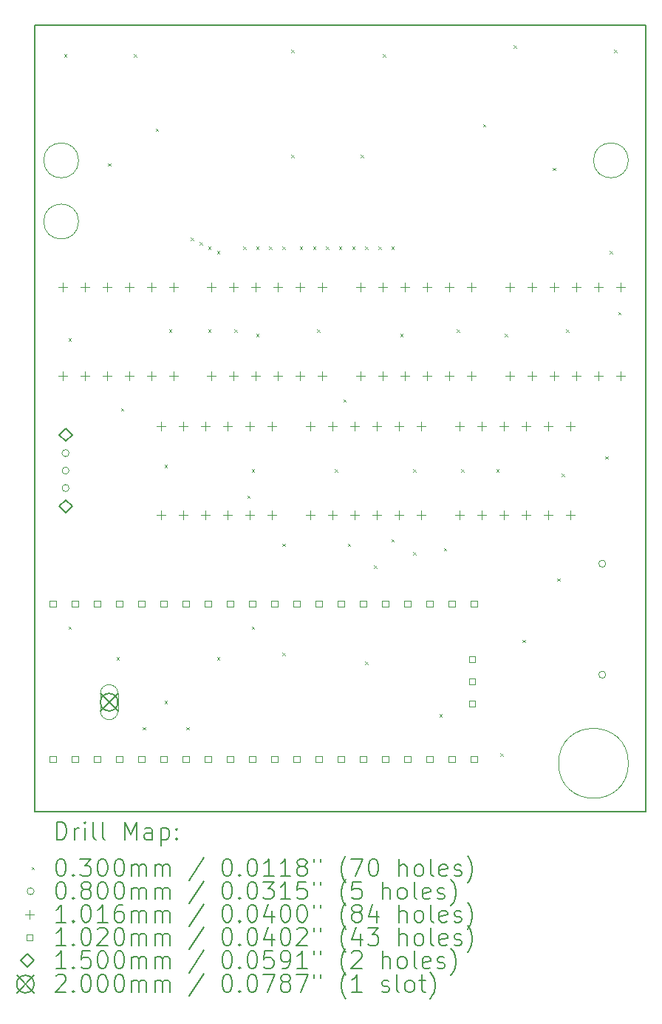
<source format=gbr>
%TF.GenerationSoftware,KiCad,Pcbnew,8.0.1*%
%TF.CreationDate,2024-03-29T08:15:38+01:00*%
%TF.ProjectId,shawazu-gb-dumper,73686177-617a-4752-9d67-622d64756d70,rev?*%
%TF.SameCoordinates,Original*%
%TF.FileFunction,Drillmap*%
%TF.FilePolarity,Positive*%
%FSLAX45Y45*%
G04 Gerber Fmt 4.5, Leading zero omitted, Abs format (unit mm)*
G04 Created by KiCad (PCBNEW 8.0.1) date 2024-03-29 08:15:38*
%MOMM*%
%LPD*%
G01*
G04 APERTURE LIST*
%ADD10C,0.050000*%
%ADD11C,0.200000*%
%ADD12C,0.100000*%
%ADD13C,0.101600*%
%ADD14C,0.102000*%
%ADD15C,0.150000*%
G04 APERTURE END LIST*
D10*
X11000000Y-4000000D02*
G75*
G02*
X10600000Y-4000000I-200000J0D01*
G01*
X10600000Y-4000000D02*
G75*
G02*
X11000000Y-4000000I200000J0D01*
G01*
D11*
X10500000Y-11450000D02*
X17500000Y-11450000D01*
X17500000Y-2450000D02*
X17500000Y-11450000D01*
D10*
X17300000Y-10900000D02*
G75*
G02*
X16500000Y-10900000I-400000J0D01*
G01*
X16500000Y-10900000D02*
G75*
G02*
X17300000Y-10900000I400000J0D01*
G01*
X17300000Y-4000000D02*
G75*
G02*
X16900000Y-4000000I-200000J0D01*
G01*
X16900000Y-4000000D02*
G75*
G02*
X17300000Y-4000000I200000J0D01*
G01*
D11*
X10500000Y-2450000D02*
X10500000Y-11450000D01*
D10*
X11000000Y-4700000D02*
G75*
G02*
X10600000Y-4700000I-200000J0D01*
G01*
X10600000Y-4700000D02*
G75*
G02*
X11000000Y-4700000I200000J0D01*
G01*
D11*
X10500000Y-2450000D02*
X17500000Y-2450000D01*
D12*
X10835000Y-2785000D02*
X10865000Y-2815000D01*
X10865000Y-2785000D02*
X10835000Y-2815000D01*
X10885000Y-6035000D02*
X10915000Y-6065000D01*
X10915000Y-6035000D02*
X10885000Y-6065000D01*
X10885000Y-9335000D02*
X10915000Y-9365000D01*
X10915000Y-9335000D02*
X10885000Y-9365000D01*
X11335000Y-4035000D02*
X11365000Y-4065000D01*
X11365000Y-4035000D02*
X11335000Y-4065000D01*
X11435000Y-9685000D02*
X11465000Y-9715000D01*
X11465000Y-9685000D02*
X11435000Y-9715000D01*
X11485000Y-6835000D02*
X11515000Y-6865000D01*
X11515000Y-6835000D02*
X11485000Y-6865000D01*
X11635000Y-2785000D02*
X11665000Y-2815000D01*
X11665000Y-2785000D02*
X11635000Y-2815000D01*
X11735000Y-10485000D02*
X11765000Y-10515000D01*
X11765000Y-10485000D02*
X11735000Y-10515000D01*
X11885000Y-3635000D02*
X11915000Y-3665000D01*
X11915000Y-3635000D02*
X11885000Y-3665000D01*
X11985000Y-7485000D02*
X12015000Y-7515000D01*
X12015000Y-7485000D02*
X11985000Y-7515000D01*
X11985000Y-10185000D02*
X12015000Y-10215000D01*
X12015000Y-10185000D02*
X11985000Y-10215000D01*
X12035000Y-5935000D02*
X12065000Y-5965000D01*
X12065000Y-5935000D02*
X12035000Y-5965000D01*
X12235000Y-10485000D02*
X12265000Y-10515000D01*
X12265000Y-10485000D02*
X12235000Y-10515000D01*
X12285000Y-4885000D02*
X12315000Y-4915000D01*
X12315000Y-4885000D02*
X12285000Y-4915000D01*
X12385000Y-4935000D02*
X12415000Y-4965000D01*
X12415000Y-4935000D02*
X12385000Y-4965000D01*
X12485000Y-4985000D02*
X12515000Y-5015000D01*
X12515000Y-4985000D02*
X12485000Y-5015000D01*
X12485000Y-5935000D02*
X12515000Y-5965000D01*
X12515000Y-5935000D02*
X12485000Y-5965000D01*
X12585000Y-5035000D02*
X12615000Y-5065000D01*
X12615000Y-5035000D02*
X12585000Y-5065000D01*
X12585000Y-9685000D02*
X12615000Y-9715000D01*
X12615000Y-9685000D02*
X12585000Y-9715000D01*
X12785000Y-5935000D02*
X12815000Y-5965000D01*
X12815000Y-5935000D02*
X12785000Y-5965000D01*
X12885000Y-4985000D02*
X12915000Y-5015000D01*
X12915000Y-4985000D02*
X12885000Y-5015000D01*
X12935000Y-7835000D02*
X12965000Y-7865000D01*
X12965000Y-7835000D02*
X12935000Y-7865000D01*
X12985000Y-7535000D02*
X13015000Y-7565000D01*
X13015000Y-7535000D02*
X12985000Y-7565000D01*
X12985000Y-9335000D02*
X13015000Y-9365000D01*
X13015000Y-9335000D02*
X12985000Y-9365000D01*
X13035000Y-4985000D02*
X13065000Y-5015000D01*
X13065000Y-4985000D02*
X13035000Y-5015000D01*
X13035000Y-5985000D02*
X13065000Y-6015000D01*
X13065000Y-5985000D02*
X13035000Y-6015000D01*
X13185000Y-4985000D02*
X13215000Y-5015000D01*
X13215000Y-4985000D02*
X13185000Y-5015000D01*
X13335000Y-4985000D02*
X13365000Y-5015000D01*
X13365000Y-4985000D02*
X13335000Y-5015000D01*
X13335000Y-8385000D02*
X13365000Y-8415000D01*
X13365000Y-8385000D02*
X13335000Y-8415000D01*
X13335000Y-9635000D02*
X13365000Y-9665000D01*
X13365000Y-9635000D02*
X13335000Y-9665000D01*
X13435000Y-2735000D02*
X13465000Y-2765000D01*
X13465000Y-2735000D02*
X13435000Y-2765000D01*
X13435000Y-3935000D02*
X13465000Y-3965000D01*
X13465000Y-3935000D02*
X13435000Y-3965000D01*
X13535000Y-4985000D02*
X13565000Y-5015000D01*
X13565000Y-4985000D02*
X13535000Y-5015000D01*
X13685000Y-4985000D02*
X13715000Y-5015000D01*
X13715000Y-4985000D02*
X13685000Y-5015000D01*
X13735000Y-5935000D02*
X13765000Y-5965000D01*
X13765000Y-5935000D02*
X13735000Y-5965000D01*
X13835000Y-4985000D02*
X13865000Y-5015000D01*
X13865000Y-4985000D02*
X13835000Y-5015000D01*
X13935000Y-7535000D02*
X13965000Y-7565000D01*
X13965000Y-7535000D02*
X13935000Y-7565000D01*
X13985000Y-4985000D02*
X14015000Y-5015000D01*
X14015000Y-4985000D02*
X13985000Y-5015000D01*
X14035000Y-6735000D02*
X14065000Y-6765000D01*
X14065000Y-6735000D02*
X14035000Y-6765000D01*
X14085000Y-8385000D02*
X14115000Y-8415000D01*
X14115000Y-8385000D02*
X14085000Y-8415000D01*
X14135000Y-4985000D02*
X14165000Y-5015000D01*
X14165000Y-4985000D02*
X14135000Y-5015000D01*
X14235000Y-3935000D02*
X14265000Y-3965000D01*
X14265000Y-3935000D02*
X14235000Y-3965000D01*
X14285000Y-4985000D02*
X14315000Y-5015000D01*
X14315000Y-4985000D02*
X14285000Y-5015000D01*
X14285000Y-9735000D02*
X14315000Y-9765000D01*
X14315000Y-9735000D02*
X14285000Y-9765000D01*
X14385000Y-8635000D02*
X14415000Y-8665000D01*
X14415000Y-8635000D02*
X14385000Y-8665000D01*
X14435000Y-4985000D02*
X14465000Y-5015000D01*
X14465000Y-4985000D02*
X14435000Y-5015000D01*
X14485000Y-2785000D02*
X14515000Y-2815000D01*
X14515000Y-2785000D02*
X14485000Y-2815000D01*
X14585000Y-4985000D02*
X14615000Y-5015000D01*
X14615000Y-4985000D02*
X14585000Y-5015000D01*
X14585000Y-8335000D02*
X14615000Y-8365000D01*
X14615000Y-8335000D02*
X14585000Y-8365000D01*
X14685000Y-5985000D02*
X14715000Y-6015000D01*
X14715000Y-5985000D02*
X14685000Y-6015000D01*
X14835000Y-7535000D02*
X14865000Y-7565000D01*
X14865000Y-7535000D02*
X14835000Y-7565000D01*
X14835000Y-8485000D02*
X14865000Y-8515000D01*
X14865000Y-8485000D02*
X14835000Y-8515000D01*
X15135000Y-10335000D02*
X15165000Y-10365000D01*
X15165000Y-10335000D02*
X15135000Y-10365000D01*
X15185000Y-8435000D02*
X15215000Y-8465000D01*
X15215000Y-8435000D02*
X15185000Y-8465000D01*
X15335000Y-5935000D02*
X15365000Y-5965000D01*
X15365000Y-5935000D02*
X15335000Y-5965000D01*
X15385000Y-7535000D02*
X15415000Y-7565000D01*
X15415000Y-7535000D02*
X15385000Y-7565000D01*
X15635000Y-3585000D02*
X15665000Y-3615000D01*
X15665000Y-3585000D02*
X15635000Y-3615000D01*
X15785000Y-7535000D02*
X15815000Y-7565000D01*
X15815000Y-7535000D02*
X15785000Y-7565000D01*
X15835000Y-10785000D02*
X15865000Y-10815000D01*
X15865000Y-10785000D02*
X15835000Y-10815000D01*
X15885000Y-5985000D02*
X15915000Y-6015000D01*
X15915000Y-5985000D02*
X15885000Y-6015000D01*
X15985000Y-2685000D02*
X16015000Y-2715000D01*
X16015000Y-2685000D02*
X15985000Y-2715000D01*
X16085000Y-9485000D02*
X16115000Y-9515000D01*
X16115000Y-9485000D02*
X16085000Y-9515000D01*
X16435000Y-4085000D02*
X16465000Y-4115000D01*
X16465000Y-4085000D02*
X16435000Y-4115000D01*
X16485000Y-8785000D02*
X16515000Y-8815000D01*
X16515000Y-8785000D02*
X16485000Y-8815000D01*
X16535000Y-7585000D02*
X16565000Y-7615000D01*
X16565000Y-7585000D02*
X16535000Y-7615000D01*
X16585000Y-5935000D02*
X16615000Y-5965000D01*
X16615000Y-5935000D02*
X16585000Y-5965000D01*
X17035000Y-7385000D02*
X17065000Y-7415000D01*
X17065000Y-7385000D02*
X17035000Y-7415000D01*
X17085000Y-5035000D02*
X17115000Y-5065000D01*
X17115000Y-5035000D02*
X17085000Y-5065000D01*
X17135000Y-2735000D02*
X17165000Y-2765000D01*
X17165000Y-2735000D02*
X17135000Y-2765000D01*
X17185000Y-5735000D02*
X17215000Y-5765000D01*
X17215000Y-5735000D02*
X17185000Y-5765000D01*
X10890000Y-7350000D02*
G75*
G02*
X10810000Y-7350000I-40000J0D01*
G01*
X10810000Y-7350000D02*
G75*
G02*
X10890000Y-7350000I40000J0D01*
G01*
X10890000Y-7550000D02*
G75*
G02*
X10810000Y-7550000I-40000J0D01*
G01*
X10810000Y-7550000D02*
G75*
G02*
X10890000Y-7550000I40000J0D01*
G01*
X10890000Y-7750000D02*
G75*
G02*
X10810000Y-7750000I-40000J0D01*
G01*
X10810000Y-7750000D02*
G75*
G02*
X10890000Y-7750000I40000J0D01*
G01*
X17040000Y-8615000D02*
G75*
G02*
X16960000Y-8615000I-40000J0D01*
G01*
X16960000Y-8615000D02*
G75*
G02*
X17040000Y-8615000I40000J0D01*
G01*
X17040000Y-9885000D02*
G75*
G02*
X16960000Y-9885000I-40000J0D01*
G01*
X16960000Y-9885000D02*
G75*
G02*
X17040000Y-9885000I40000J0D01*
G01*
D13*
X10815000Y-5399200D02*
X10815000Y-5500800D01*
X10764200Y-5450000D02*
X10865800Y-5450000D01*
X10815000Y-6415200D02*
X10815000Y-6516800D01*
X10764200Y-6466000D02*
X10865800Y-6466000D01*
X11069000Y-5399200D02*
X11069000Y-5500800D01*
X11018200Y-5450000D02*
X11119800Y-5450000D01*
X11069000Y-6415200D02*
X11069000Y-6516800D01*
X11018200Y-6466000D02*
X11119800Y-6466000D01*
X11323000Y-5399200D02*
X11323000Y-5500800D01*
X11272200Y-5450000D02*
X11373800Y-5450000D01*
X11323000Y-6415200D02*
X11323000Y-6516800D01*
X11272200Y-6466000D02*
X11373800Y-6466000D01*
X11577000Y-5399200D02*
X11577000Y-5500800D01*
X11526200Y-5450000D02*
X11627800Y-5450000D01*
X11577000Y-6415200D02*
X11577000Y-6516800D01*
X11526200Y-6466000D02*
X11627800Y-6466000D01*
X11831000Y-5399200D02*
X11831000Y-5500800D01*
X11780200Y-5450000D02*
X11881800Y-5450000D01*
X11831000Y-6415200D02*
X11831000Y-6516800D01*
X11780200Y-6466000D02*
X11881800Y-6466000D01*
X11946000Y-6991200D02*
X11946000Y-7092800D01*
X11895200Y-7042000D02*
X11996800Y-7042000D01*
X11946000Y-8007200D02*
X11946000Y-8108800D01*
X11895200Y-8058000D02*
X11996800Y-8058000D01*
X12085000Y-5399200D02*
X12085000Y-5500800D01*
X12034200Y-5450000D02*
X12135800Y-5450000D01*
X12085000Y-6415200D02*
X12085000Y-6516800D01*
X12034200Y-6466000D02*
X12135800Y-6466000D01*
X12200000Y-6991200D02*
X12200000Y-7092800D01*
X12149200Y-7042000D02*
X12250800Y-7042000D01*
X12200000Y-8007200D02*
X12200000Y-8108800D01*
X12149200Y-8058000D02*
X12250800Y-8058000D01*
X12454000Y-6991200D02*
X12454000Y-7092800D01*
X12403200Y-7042000D02*
X12504800Y-7042000D01*
X12454000Y-8007200D02*
X12454000Y-8108800D01*
X12403200Y-8058000D02*
X12504800Y-8058000D01*
X12522667Y-5399200D02*
X12522667Y-5500800D01*
X12471867Y-5450000D02*
X12573467Y-5450000D01*
X12522667Y-6415200D02*
X12522667Y-6516800D01*
X12471867Y-6466000D02*
X12573467Y-6466000D01*
X12708000Y-6991200D02*
X12708000Y-7092800D01*
X12657200Y-7042000D02*
X12758800Y-7042000D01*
X12708000Y-8007200D02*
X12708000Y-8108800D01*
X12657200Y-8058000D02*
X12758800Y-8058000D01*
X12776667Y-5399200D02*
X12776667Y-5500800D01*
X12725867Y-5450000D02*
X12827467Y-5450000D01*
X12776667Y-6415200D02*
X12776667Y-6516800D01*
X12725867Y-6466000D02*
X12827467Y-6466000D01*
X12962000Y-6991200D02*
X12962000Y-7092800D01*
X12911200Y-7042000D02*
X13012800Y-7042000D01*
X12962000Y-8007200D02*
X12962000Y-8108800D01*
X12911200Y-8058000D02*
X13012800Y-8058000D01*
X13030667Y-5399200D02*
X13030667Y-5500800D01*
X12979867Y-5450000D02*
X13081467Y-5450000D01*
X13030667Y-6415200D02*
X13030667Y-6516800D01*
X12979867Y-6466000D02*
X13081467Y-6466000D01*
X13216000Y-6991200D02*
X13216000Y-7092800D01*
X13165200Y-7042000D02*
X13266800Y-7042000D01*
X13216000Y-8007200D02*
X13216000Y-8108800D01*
X13165200Y-8058000D02*
X13266800Y-8058000D01*
X13284667Y-5399200D02*
X13284667Y-5500800D01*
X13233867Y-5450000D02*
X13335467Y-5450000D01*
X13284667Y-6415200D02*
X13284667Y-6516800D01*
X13233867Y-6466000D02*
X13335467Y-6466000D01*
X13538667Y-5399200D02*
X13538667Y-5500800D01*
X13487867Y-5450000D02*
X13589467Y-5450000D01*
X13538667Y-6415200D02*
X13538667Y-6516800D01*
X13487867Y-6466000D02*
X13589467Y-6466000D01*
X13655500Y-6991200D02*
X13655500Y-7092800D01*
X13604700Y-7042000D02*
X13706300Y-7042000D01*
X13655500Y-8007200D02*
X13655500Y-8108800D01*
X13604700Y-8058000D02*
X13706300Y-8058000D01*
X13792667Y-5399200D02*
X13792667Y-5500800D01*
X13741867Y-5450000D02*
X13843467Y-5450000D01*
X13792667Y-6415200D02*
X13792667Y-6516800D01*
X13741867Y-6466000D02*
X13843467Y-6466000D01*
X13909500Y-6991200D02*
X13909500Y-7092800D01*
X13858700Y-7042000D02*
X13960300Y-7042000D01*
X13909500Y-8007200D02*
X13909500Y-8108800D01*
X13858700Y-8058000D02*
X13960300Y-8058000D01*
X14163500Y-6991200D02*
X14163500Y-7092800D01*
X14112700Y-7042000D02*
X14214300Y-7042000D01*
X14163500Y-8007200D02*
X14163500Y-8108800D01*
X14112700Y-8058000D02*
X14214300Y-8058000D01*
X14230333Y-5399200D02*
X14230333Y-5500800D01*
X14179533Y-5450000D02*
X14281133Y-5450000D01*
X14230333Y-6415200D02*
X14230333Y-6516800D01*
X14179533Y-6466000D02*
X14281133Y-6466000D01*
X14417500Y-6991200D02*
X14417500Y-7092800D01*
X14366700Y-7042000D02*
X14468300Y-7042000D01*
X14417500Y-8007200D02*
X14417500Y-8108800D01*
X14366700Y-8058000D02*
X14468300Y-8058000D01*
X14484333Y-5399200D02*
X14484333Y-5500800D01*
X14433533Y-5450000D02*
X14535133Y-5450000D01*
X14484333Y-6415200D02*
X14484333Y-6516800D01*
X14433533Y-6466000D02*
X14535133Y-6466000D01*
X14671500Y-6991200D02*
X14671500Y-7092800D01*
X14620700Y-7042000D02*
X14722300Y-7042000D01*
X14671500Y-8007200D02*
X14671500Y-8108800D01*
X14620700Y-8058000D02*
X14722300Y-8058000D01*
X14738333Y-5399200D02*
X14738333Y-5500800D01*
X14687533Y-5450000D02*
X14789133Y-5450000D01*
X14738333Y-6415200D02*
X14738333Y-6516800D01*
X14687533Y-6466000D02*
X14789133Y-6466000D01*
X14925500Y-6991200D02*
X14925500Y-7092800D01*
X14874700Y-7042000D02*
X14976300Y-7042000D01*
X14925500Y-8007200D02*
X14925500Y-8108800D01*
X14874700Y-8058000D02*
X14976300Y-8058000D01*
X14992333Y-5399200D02*
X14992333Y-5500800D01*
X14941533Y-5450000D02*
X15043133Y-5450000D01*
X14992333Y-6415200D02*
X14992333Y-6516800D01*
X14941533Y-6466000D02*
X15043133Y-6466000D01*
X15246333Y-5399200D02*
X15246333Y-5500800D01*
X15195533Y-5450000D02*
X15297133Y-5450000D01*
X15246333Y-6415200D02*
X15246333Y-6516800D01*
X15195533Y-6466000D02*
X15297133Y-6466000D01*
X15365000Y-6991200D02*
X15365000Y-7092800D01*
X15314200Y-7042000D02*
X15415800Y-7042000D01*
X15365000Y-8007200D02*
X15365000Y-8108800D01*
X15314200Y-8058000D02*
X15415800Y-8058000D01*
X15500333Y-5399200D02*
X15500333Y-5500800D01*
X15449533Y-5450000D02*
X15551133Y-5450000D01*
X15500333Y-6415200D02*
X15500333Y-6516800D01*
X15449533Y-6466000D02*
X15551133Y-6466000D01*
X15619000Y-6991200D02*
X15619000Y-7092800D01*
X15568200Y-7042000D02*
X15669800Y-7042000D01*
X15619000Y-8007200D02*
X15619000Y-8108800D01*
X15568200Y-8058000D02*
X15669800Y-8058000D01*
X15873000Y-6991200D02*
X15873000Y-7092800D01*
X15822200Y-7042000D02*
X15923800Y-7042000D01*
X15873000Y-8007200D02*
X15873000Y-8108800D01*
X15822200Y-8058000D02*
X15923800Y-8058000D01*
X15938000Y-5399200D02*
X15938000Y-5500800D01*
X15887200Y-5450000D02*
X15988800Y-5450000D01*
X15938000Y-6415200D02*
X15938000Y-6516800D01*
X15887200Y-6466000D02*
X15988800Y-6466000D01*
X16127000Y-6991200D02*
X16127000Y-7092800D01*
X16076200Y-7042000D02*
X16177800Y-7042000D01*
X16127000Y-8007200D02*
X16127000Y-8108800D01*
X16076200Y-8058000D02*
X16177800Y-8058000D01*
X16192000Y-5399200D02*
X16192000Y-5500800D01*
X16141200Y-5450000D02*
X16242800Y-5450000D01*
X16192000Y-6415200D02*
X16192000Y-6516800D01*
X16141200Y-6466000D02*
X16242800Y-6466000D01*
X16381000Y-6991200D02*
X16381000Y-7092800D01*
X16330200Y-7042000D02*
X16431800Y-7042000D01*
X16381000Y-8007200D02*
X16381000Y-8108800D01*
X16330200Y-8058000D02*
X16431800Y-8058000D01*
X16446000Y-5399200D02*
X16446000Y-5500800D01*
X16395200Y-5450000D02*
X16496800Y-5450000D01*
X16446000Y-6415200D02*
X16446000Y-6516800D01*
X16395200Y-6466000D02*
X16496800Y-6466000D01*
X16635000Y-6991200D02*
X16635000Y-7092800D01*
X16584200Y-7042000D02*
X16685800Y-7042000D01*
X16635000Y-8007200D02*
X16635000Y-8108800D01*
X16584200Y-8058000D02*
X16685800Y-8058000D01*
X16700000Y-5399200D02*
X16700000Y-5500800D01*
X16649200Y-5450000D02*
X16750800Y-5450000D01*
X16700000Y-6415200D02*
X16700000Y-6516800D01*
X16649200Y-6466000D02*
X16750800Y-6466000D01*
X16954000Y-5399200D02*
X16954000Y-5500800D01*
X16903200Y-5450000D02*
X17004800Y-5450000D01*
X16954000Y-6415200D02*
X16954000Y-6516800D01*
X16903200Y-6466000D02*
X17004800Y-6466000D01*
X17208000Y-5399200D02*
X17208000Y-5500800D01*
X17157200Y-5450000D02*
X17258800Y-5450000D01*
X17208000Y-6415200D02*
X17208000Y-6516800D01*
X17157200Y-6466000D02*
X17258800Y-6466000D01*
D14*
X10742063Y-9108063D02*
X10742063Y-9035937D01*
X10669937Y-9035937D01*
X10669937Y-9108063D01*
X10742063Y-9108063D01*
X10742063Y-10886063D02*
X10742063Y-10813937D01*
X10669937Y-10813937D01*
X10669937Y-10886063D01*
X10742063Y-10886063D01*
X10996063Y-9108063D02*
X10996063Y-9035937D01*
X10923937Y-9035937D01*
X10923937Y-9108063D01*
X10996063Y-9108063D01*
X10996063Y-10886063D02*
X10996063Y-10813937D01*
X10923937Y-10813937D01*
X10923937Y-10886063D01*
X10996063Y-10886063D01*
X11250063Y-9108063D02*
X11250063Y-9035937D01*
X11177937Y-9035937D01*
X11177937Y-9108063D01*
X11250063Y-9108063D01*
X11250063Y-10886063D02*
X11250063Y-10813937D01*
X11177937Y-10813937D01*
X11177937Y-10886063D01*
X11250063Y-10886063D01*
X11504063Y-9108063D02*
X11504063Y-9035937D01*
X11431937Y-9035937D01*
X11431937Y-9108063D01*
X11504063Y-9108063D01*
X11504063Y-10886063D02*
X11504063Y-10813937D01*
X11431937Y-10813937D01*
X11431937Y-10886063D01*
X11504063Y-10886063D01*
X11758063Y-9108063D02*
X11758063Y-9035937D01*
X11685937Y-9035937D01*
X11685937Y-9108063D01*
X11758063Y-9108063D01*
X11758063Y-10886063D02*
X11758063Y-10813937D01*
X11685937Y-10813937D01*
X11685937Y-10886063D01*
X11758063Y-10886063D01*
X12012063Y-9108063D02*
X12012063Y-9035937D01*
X11939937Y-9035937D01*
X11939937Y-9108063D01*
X12012063Y-9108063D01*
X12012063Y-10886063D02*
X12012063Y-10813937D01*
X11939937Y-10813937D01*
X11939937Y-10886063D01*
X12012063Y-10886063D01*
X12266063Y-9108063D02*
X12266063Y-9035937D01*
X12193937Y-9035937D01*
X12193937Y-9108063D01*
X12266063Y-9108063D01*
X12266063Y-10886063D02*
X12266063Y-10813937D01*
X12193937Y-10813937D01*
X12193937Y-10886063D01*
X12266063Y-10886063D01*
X12520063Y-9108063D02*
X12520063Y-9035937D01*
X12447937Y-9035937D01*
X12447937Y-9108063D01*
X12520063Y-9108063D01*
X12520063Y-10886063D02*
X12520063Y-10813937D01*
X12447937Y-10813937D01*
X12447937Y-10886063D01*
X12520063Y-10886063D01*
X12774063Y-9108063D02*
X12774063Y-9035937D01*
X12701937Y-9035937D01*
X12701937Y-9108063D01*
X12774063Y-9108063D01*
X12774063Y-10886063D02*
X12774063Y-10813937D01*
X12701937Y-10813937D01*
X12701937Y-10886063D01*
X12774063Y-10886063D01*
X13028063Y-9108063D02*
X13028063Y-9035937D01*
X12955937Y-9035937D01*
X12955937Y-9108063D01*
X13028063Y-9108063D01*
X13028063Y-10886063D02*
X13028063Y-10813937D01*
X12955937Y-10813937D01*
X12955937Y-10886063D01*
X13028063Y-10886063D01*
X13282063Y-9108063D02*
X13282063Y-9035937D01*
X13209937Y-9035937D01*
X13209937Y-9108063D01*
X13282063Y-9108063D01*
X13282063Y-10886063D02*
X13282063Y-10813937D01*
X13209937Y-10813937D01*
X13209937Y-10886063D01*
X13282063Y-10886063D01*
X13536063Y-9108063D02*
X13536063Y-9035937D01*
X13463937Y-9035937D01*
X13463937Y-9108063D01*
X13536063Y-9108063D01*
X13536063Y-10886063D02*
X13536063Y-10813937D01*
X13463937Y-10813937D01*
X13463937Y-10886063D01*
X13536063Y-10886063D01*
X13790063Y-9108063D02*
X13790063Y-9035937D01*
X13717937Y-9035937D01*
X13717937Y-9108063D01*
X13790063Y-9108063D01*
X13790063Y-10886063D02*
X13790063Y-10813937D01*
X13717937Y-10813937D01*
X13717937Y-10886063D01*
X13790063Y-10886063D01*
X14044063Y-9108063D02*
X14044063Y-9035937D01*
X13971937Y-9035937D01*
X13971937Y-9108063D01*
X14044063Y-9108063D01*
X14044063Y-10886063D02*
X14044063Y-10813937D01*
X13971937Y-10813937D01*
X13971937Y-10886063D01*
X14044063Y-10886063D01*
X14298063Y-9108063D02*
X14298063Y-9035937D01*
X14225937Y-9035937D01*
X14225937Y-9108063D01*
X14298063Y-9108063D01*
X14298063Y-10886063D02*
X14298063Y-10813937D01*
X14225937Y-10813937D01*
X14225937Y-10886063D01*
X14298063Y-10886063D01*
X14552063Y-9108063D02*
X14552063Y-9035937D01*
X14479937Y-9035937D01*
X14479937Y-9108063D01*
X14552063Y-9108063D01*
X14552063Y-10886063D02*
X14552063Y-10813937D01*
X14479937Y-10813937D01*
X14479937Y-10886063D01*
X14552063Y-10886063D01*
X14806063Y-9108063D02*
X14806063Y-9035937D01*
X14733937Y-9035937D01*
X14733937Y-9108063D01*
X14806063Y-9108063D01*
X14806063Y-10886063D02*
X14806063Y-10813937D01*
X14733937Y-10813937D01*
X14733937Y-10886063D01*
X14806063Y-10886063D01*
X15060063Y-9108063D02*
X15060063Y-9035937D01*
X14987937Y-9035937D01*
X14987937Y-9108063D01*
X15060063Y-9108063D01*
X15060063Y-10886063D02*
X15060063Y-10813937D01*
X14987937Y-10813937D01*
X14987937Y-10886063D01*
X15060063Y-10886063D01*
X15314063Y-9108063D02*
X15314063Y-9035937D01*
X15241937Y-9035937D01*
X15241937Y-9108063D01*
X15314063Y-9108063D01*
X15314063Y-10886063D02*
X15314063Y-10813937D01*
X15241937Y-10813937D01*
X15241937Y-10886063D01*
X15314063Y-10886063D01*
X15545063Y-9743063D02*
X15545063Y-9670937D01*
X15472937Y-9670937D01*
X15472937Y-9743063D01*
X15545063Y-9743063D01*
X15545063Y-9997063D02*
X15545063Y-9924937D01*
X15472937Y-9924937D01*
X15472937Y-9997063D01*
X15545063Y-9997063D01*
X15545063Y-10251063D02*
X15545063Y-10178937D01*
X15472937Y-10178937D01*
X15472937Y-10251063D01*
X15545063Y-10251063D01*
X15568063Y-9108063D02*
X15568063Y-9035937D01*
X15495937Y-9035937D01*
X15495937Y-9108063D01*
X15568063Y-9108063D01*
X15568063Y-10886063D02*
X15568063Y-10813937D01*
X15495937Y-10813937D01*
X15495937Y-10886063D01*
X15568063Y-10886063D01*
D15*
X10850000Y-7215000D02*
X10925000Y-7140000D01*
X10850000Y-7065000D01*
X10775000Y-7140000D01*
X10850000Y-7215000D01*
X10850000Y-8035000D02*
X10925000Y-7960000D01*
X10850000Y-7885000D01*
X10775000Y-7960000D01*
X10850000Y-8035000D01*
D11*
X11250000Y-10100000D02*
X11450000Y-10300000D01*
X11450000Y-10100000D02*
X11250000Y-10300000D01*
X11450000Y-10200000D02*
G75*
G02*
X11250000Y-10200000I-100000J0D01*
G01*
X11250000Y-10200000D02*
G75*
G02*
X11450000Y-10200000I100000J0D01*
G01*
D12*
X11250000Y-10100000D02*
X11250000Y-10300000D01*
X11450000Y-10300000D02*
G75*
G02*
X11250000Y-10300000I-100000J0D01*
G01*
X11450000Y-10300000D02*
X11450000Y-10100000D01*
X11450000Y-10100000D02*
G75*
G03*
X11250000Y-10100000I-100000J0D01*
G01*
D11*
X10750777Y-11771484D02*
X10750777Y-11571484D01*
X10750777Y-11571484D02*
X10798396Y-11571484D01*
X10798396Y-11571484D02*
X10826967Y-11581008D01*
X10826967Y-11581008D02*
X10846015Y-11600055D01*
X10846015Y-11600055D02*
X10855539Y-11619103D01*
X10855539Y-11619103D02*
X10865063Y-11657198D01*
X10865063Y-11657198D02*
X10865063Y-11685769D01*
X10865063Y-11685769D02*
X10855539Y-11723865D01*
X10855539Y-11723865D02*
X10846015Y-11742912D01*
X10846015Y-11742912D02*
X10826967Y-11761960D01*
X10826967Y-11761960D02*
X10798396Y-11771484D01*
X10798396Y-11771484D02*
X10750777Y-11771484D01*
X10950777Y-11771484D02*
X10950777Y-11638150D01*
X10950777Y-11676246D02*
X10960301Y-11657198D01*
X10960301Y-11657198D02*
X10969824Y-11647674D01*
X10969824Y-11647674D02*
X10988872Y-11638150D01*
X10988872Y-11638150D02*
X11007920Y-11638150D01*
X11074586Y-11771484D02*
X11074586Y-11638150D01*
X11074586Y-11571484D02*
X11065063Y-11581008D01*
X11065063Y-11581008D02*
X11074586Y-11590531D01*
X11074586Y-11590531D02*
X11084110Y-11581008D01*
X11084110Y-11581008D02*
X11074586Y-11571484D01*
X11074586Y-11571484D02*
X11074586Y-11590531D01*
X11198396Y-11771484D02*
X11179348Y-11761960D01*
X11179348Y-11761960D02*
X11169824Y-11742912D01*
X11169824Y-11742912D02*
X11169824Y-11571484D01*
X11303158Y-11771484D02*
X11284110Y-11761960D01*
X11284110Y-11761960D02*
X11274586Y-11742912D01*
X11274586Y-11742912D02*
X11274586Y-11571484D01*
X11531729Y-11771484D02*
X11531729Y-11571484D01*
X11531729Y-11571484D02*
X11598396Y-11714341D01*
X11598396Y-11714341D02*
X11665062Y-11571484D01*
X11665062Y-11571484D02*
X11665062Y-11771484D01*
X11846015Y-11771484D02*
X11846015Y-11666722D01*
X11846015Y-11666722D02*
X11836491Y-11647674D01*
X11836491Y-11647674D02*
X11817443Y-11638150D01*
X11817443Y-11638150D02*
X11779348Y-11638150D01*
X11779348Y-11638150D02*
X11760301Y-11647674D01*
X11846015Y-11761960D02*
X11826967Y-11771484D01*
X11826967Y-11771484D02*
X11779348Y-11771484D01*
X11779348Y-11771484D02*
X11760301Y-11761960D01*
X11760301Y-11761960D02*
X11750777Y-11742912D01*
X11750777Y-11742912D02*
X11750777Y-11723865D01*
X11750777Y-11723865D02*
X11760301Y-11704817D01*
X11760301Y-11704817D02*
X11779348Y-11695293D01*
X11779348Y-11695293D02*
X11826967Y-11695293D01*
X11826967Y-11695293D02*
X11846015Y-11685769D01*
X11941253Y-11638150D02*
X11941253Y-11838150D01*
X11941253Y-11647674D02*
X11960301Y-11638150D01*
X11960301Y-11638150D02*
X11998396Y-11638150D01*
X11998396Y-11638150D02*
X12017443Y-11647674D01*
X12017443Y-11647674D02*
X12026967Y-11657198D01*
X12026967Y-11657198D02*
X12036491Y-11676246D01*
X12036491Y-11676246D02*
X12036491Y-11733388D01*
X12036491Y-11733388D02*
X12026967Y-11752436D01*
X12026967Y-11752436D02*
X12017443Y-11761960D01*
X12017443Y-11761960D02*
X11998396Y-11771484D01*
X11998396Y-11771484D02*
X11960301Y-11771484D01*
X11960301Y-11771484D02*
X11941253Y-11761960D01*
X12122205Y-11752436D02*
X12131729Y-11761960D01*
X12131729Y-11761960D02*
X12122205Y-11771484D01*
X12122205Y-11771484D02*
X12112682Y-11761960D01*
X12112682Y-11761960D02*
X12122205Y-11752436D01*
X12122205Y-11752436D02*
X12122205Y-11771484D01*
X12122205Y-11647674D02*
X12131729Y-11657198D01*
X12131729Y-11657198D02*
X12122205Y-11666722D01*
X12122205Y-11666722D02*
X12112682Y-11657198D01*
X12112682Y-11657198D02*
X12122205Y-11647674D01*
X12122205Y-11647674D02*
X12122205Y-11666722D01*
D12*
X10460000Y-12085000D02*
X10490000Y-12115000D01*
X10490000Y-12085000D02*
X10460000Y-12115000D01*
D11*
X10788872Y-11991484D02*
X10807920Y-11991484D01*
X10807920Y-11991484D02*
X10826967Y-12001008D01*
X10826967Y-12001008D02*
X10836491Y-12010531D01*
X10836491Y-12010531D02*
X10846015Y-12029579D01*
X10846015Y-12029579D02*
X10855539Y-12067674D01*
X10855539Y-12067674D02*
X10855539Y-12115293D01*
X10855539Y-12115293D02*
X10846015Y-12153388D01*
X10846015Y-12153388D02*
X10836491Y-12172436D01*
X10836491Y-12172436D02*
X10826967Y-12181960D01*
X10826967Y-12181960D02*
X10807920Y-12191484D01*
X10807920Y-12191484D02*
X10788872Y-12191484D01*
X10788872Y-12191484D02*
X10769824Y-12181960D01*
X10769824Y-12181960D02*
X10760301Y-12172436D01*
X10760301Y-12172436D02*
X10750777Y-12153388D01*
X10750777Y-12153388D02*
X10741253Y-12115293D01*
X10741253Y-12115293D02*
X10741253Y-12067674D01*
X10741253Y-12067674D02*
X10750777Y-12029579D01*
X10750777Y-12029579D02*
X10760301Y-12010531D01*
X10760301Y-12010531D02*
X10769824Y-12001008D01*
X10769824Y-12001008D02*
X10788872Y-11991484D01*
X10941253Y-12172436D02*
X10950777Y-12181960D01*
X10950777Y-12181960D02*
X10941253Y-12191484D01*
X10941253Y-12191484D02*
X10931729Y-12181960D01*
X10931729Y-12181960D02*
X10941253Y-12172436D01*
X10941253Y-12172436D02*
X10941253Y-12191484D01*
X11017444Y-11991484D02*
X11141253Y-11991484D01*
X11141253Y-11991484D02*
X11074586Y-12067674D01*
X11074586Y-12067674D02*
X11103158Y-12067674D01*
X11103158Y-12067674D02*
X11122205Y-12077198D01*
X11122205Y-12077198D02*
X11131729Y-12086722D01*
X11131729Y-12086722D02*
X11141253Y-12105769D01*
X11141253Y-12105769D02*
X11141253Y-12153388D01*
X11141253Y-12153388D02*
X11131729Y-12172436D01*
X11131729Y-12172436D02*
X11122205Y-12181960D01*
X11122205Y-12181960D02*
X11103158Y-12191484D01*
X11103158Y-12191484D02*
X11046015Y-12191484D01*
X11046015Y-12191484D02*
X11026967Y-12181960D01*
X11026967Y-12181960D02*
X11017444Y-12172436D01*
X11265062Y-11991484D02*
X11284110Y-11991484D01*
X11284110Y-11991484D02*
X11303158Y-12001008D01*
X11303158Y-12001008D02*
X11312682Y-12010531D01*
X11312682Y-12010531D02*
X11322205Y-12029579D01*
X11322205Y-12029579D02*
X11331729Y-12067674D01*
X11331729Y-12067674D02*
X11331729Y-12115293D01*
X11331729Y-12115293D02*
X11322205Y-12153388D01*
X11322205Y-12153388D02*
X11312682Y-12172436D01*
X11312682Y-12172436D02*
X11303158Y-12181960D01*
X11303158Y-12181960D02*
X11284110Y-12191484D01*
X11284110Y-12191484D02*
X11265062Y-12191484D01*
X11265062Y-12191484D02*
X11246015Y-12181960D01*
X11246015Y-12181960D02*
X11236491Y-12172436D01*
X11236491Y-12172436D02*
X11226967Y-12153388D01*
X11226967Y-12153388D02*
X11217443Y-12115293D01*
X11217443Y-12115293D02*
X11217443Y-12067674D01*
X11217443Y-12067674D02*
X11226967Y-12029579D01*
X11226967Y-12029579D02*
X11236491Y-12010531D01*
X11236491Y-12010531D02*
X11246015Y-12001008D01*
X11246015Y-12001008D02*
X11265062Y-11991484D01*
X11455539Y-11991484D02*
X11474586Y-11991484D01*
X11474586Y-11991484D02*
X11493634Y-12001008D01*
X11493634Y-12001008D02*
X11503158Y-12010531D01*
X11503158Y-12010531D02*
X11512682Y-12029579D01*
X11512682Y-12029579D02*
X11522205Y-12067674D01*
X11522205Y-12067674D02*
X11522205Y-12115293D01*
X11522205Y-12115293D02*
X11512682Y-12153388D01*
X11512682Y-12153388D02*
X11503158Y-12172436D01*
X11503158Y-12172436D02*
X11493634Y-12181960D01*
X11493634Y-12181960D02*
X11474586Y-12191484D01*
X11474586Y-12191484D02*
X11455539Y-12191484D01*
X11455539Y-12191484D02*
X11436491Y-12181960D01*
X11436491Y-12181960D02*
X11426967Y-12172436D01*
X11426967Y-12172436D02*
X11417443Y-12153388D01*
X11417443Y-12153388D02*
X11407920Y-12115293D01*
X11407920Y-12115293D02*
X11407920Y-12067674D01*
X11407920Y-12067674D02*
X11417443Y-12029579D01*
X11417443Y-12029579D02*
X11426967Y-12010531D01*
X11426967Y-12010531D02*
X11436491Y-12001008D01*
X11436491Y-12001008D02*
X11455539Y-11991484D01*
X11607920Y-12191484D02*
X11607920Y-12058150D01*
X11607920Y-12077198D02*
X11617443Y-12067674D01*
X11617443Y-12067674D02*
X11636491Y-12058150D01*
X11636491Y-12058150D02*
X11665063Y-12058150D01*
X11665063Y-12058150D02*
X11684110Y-12067674D01*
X11684110Y-12067674D02*
X11693634Y-12086722D01*
X11693634Y-12086722D02*
X11693634Y-12191484D01*
X11693634Y-12086722D02*
X11703158Y-12067674D01*
X11703158Y-12067674D02*
X11722205Y-12058150D01*
X11722205Y-12058150D02*
X11750777Y-12058150D01*
X11750777Y-12058150D02*
X11769824Y-12067674D01*
X11769824Y-12067674D02*
X11779348Y-12086722D01*
X11779348Y-12086722D02*
X11779348Y-12191484D01*
X11874586Y-12191484D02*
X11874586Y-12058150D01*
X11874586Y-12077198D02*
X11884110Y-12067674D01*
X11884110Y-12067674D02*
X11903158Y-12058150D01*
X11903158Y-12058150D02*
X11931729Y-12058150D01*
X11931729Y-12058150D02*
X11950777Y-12067674D01*
X11950777Y-12067674D02*
X11960301Y-12086722D01*
X11960301Y-12086722D02*
X11960301Y-12191484D01*
X11960301Y-12086722D02*
X11969824Y-12067674D01*
X11969824Y-12067674D02*
X11988872Y-12058150D01*
X11988872Y-12058150D02*
X12017443Y-12058150D01*
X12017443Y-12058150D02*
X12036491Y-12067674D01*
X12036491Y-12067674D02*
X12046015Y-12086722D01*
X12046015Y-12086722D02*
X12046015Y-12191484D01*
X12436491Y-11981960D02*
X12265063Y-12239103D01*
X12693634Y-11991484D02*
X12712682Y-11991484D01*
X12712682Y-11991484D02*
X12731729Y-12001008D01*
X12731729Y-12001008D02*
X12741253Y-12010531D01*
X12741253Y-12010531D02*
X12750777Y-12029579D01*
X12750777Y-12029579D02*
X12760301Y-12067674D01*
X12760301Y-12067674D02*
X12760301Y-12115293D01*
X12760301Y-12115293D02*
X12750777Y-12153388D01*
X12750777Y-12153388D02*
X12741253Y-12172436D01*
X12741253Y-12172436D02*
X12731729Y-12181960D01*
X12731729Y-12181960D02*
X12712682Y-12191484D01*
X12712682Y-12191484D02*
X12693634Y-12191484D01*
X12693634Y-12191484D02*
X12674586Y-12181960D01*
X12674586Y-12181960D02*
X12665063Y-12172436D01*
X12665063Y-12172436D02*
X12655539Y-12153388D01*
X12655539Y-12153388D02*
X12646015Y-12115293D01*
X12646015Y-12115293D02*
X12646015Y-12067674D01*
X12646015Y-12067674D02*
X12655539Y-12029579D01*
X12655539Y-12029579D02*
X12665063Y-12010531D01*
X12665063Y-12010531D02*
X12674586Y-12001008D01*
X12674586Y-12001008D02*
X12693634Y-11991484D01*
X12846015Y-12172436D02*
X12855539Y-12181960D01*
X12855539Y-12181960D02*
X12846015Y-12191484D01*
X12846015Y-12191484D02*
X12836491Y-12181960D01*
X12836491Y-12181960D02*
X12846015Y-12172436D01*
X12846015Y-12172436D02*
X12846015Y-12191484D01*
X12979348Y-11991484D02*
X12998396Y-11991484D01*
X12998396Y-11991484D02*
X13017444Y-12001008D01*
X13017444Y-12001008D02*
X13026967Y-12010531D01*
X13026967Y-12010531D02*
X13036491Y-12029579D01*
X13036491Y-12029579D02*
X13046015Y-12067674D01*
X13046015Y-12067674D02*
X13046015Y-12115293D01*
X13046015Y-12115293D02*
X13036491Y-12153388D01*
X13036491Y-12153388D02*
X13026967Y-12172436D01*
X13026967Y-12172436D02*
X13017444Y-12181960D01*
X13017444Y-12181960D02*
X12998396Y-12191484D01*
X12998396Y-12191484D02*
X12979348Y-12191484D01*
X12979348Y-12191484D02*
X12960301Y-12181960D01*
X12960301Y-12181960D02*
X12950777Y-12172436D01*
X12950777Y-12172436D02*
X12941253Y-12153388D01*
X12941253Y-12153388D02*
X12931729Y-12115293D01*
X12931729Y-12115293D02*
X12931729Y-12067674D01*
X12931729Y-12067674D02*
X12941253Y-12029579D01*
X12941253Y-12029579D02*
X12950777Y-12010531D01*
X12950777Y-12010531D02*
X12960301Y-12001008D01*
X12960301Y-12001008D02*
X12979348Y-11991484D01*
X13236491Y-12191484D02*
X13122206Y-12191484D01*
X13179348Y-12191484D02*
X13179348Y-11991484D01*
X13179348Y-11991484D02*
X13160301Y-12020055D01*
X13160301Y-12020055D02*
X13141253Y-12039103D01*
X13141253Y-12039103D02*
X13122206Y-12048627D01*
X13426967Y-12191484D02*
X13312682Y-12191484D01*
X13369825Y-12191484D02*
X13369825Y-11991484D01*
X13369825Y-11991484D02*
X13350777Y-12020055D01*
X13350777Y-12020055D02*
X13331729Y-12039103D01*
X13331729Y-12039103D02*
X13312682Y-12048627D01*
X13541253Y-12077198D02*
X13522206Y-12067674D01*
X13522206Y-12067674D02*
X13512682Y-12058150D01*
X13512682Y-12058150D02*
X13503158Y-12039103D01*
X13503158Y-12039103D02*
X13503158Y-12029579D01*
X13503158Y-12029579D02*
X13512682Y-12010531D01*
X13512682Y-12010531D02*
X13522206Y-12001008D01*
X13522206Y-12001008D02*
X13541253Y-11991484D01*
X13541253Y-11991484D02*
X13579348Y-11991484D01*
X13579348Y-11991484D02*
X13598396Y-12001008D01*
X13598396Y-12001008D02*
X13607920Y-12010531D01*
X13607920Y-12010531D02*
X13617444Y-12029579D01*
X13617444Y-12029579D02*
X13617444Y-12039103D01*
X13617444Y-12039103D02*
X13607920Y-12058150D01*
X13607920Y-12058150D02*
X13598396Y-12067674D01*
X13598396Y-12067674D02*
X13579348Y-12077198D01*
X13579348Y-12077198D02*
X13541253Y-12077198D01*
X13541253Y-12077198D02*
X13522206Y-12086722D01*
X13522206Y-12086722D02*
X13512682Y-12096246D01*
X13512682Y-12096246D02*
X13503158Y-12115293D01*
X13503158Y-12115293D02*
X13503158Y-12153388D01*
X13503158Y-12153388D02*
X13512682Y-12172436D01*
X13512682Y-12172436D02*
X13522206Y-12181960D01*
X13522206Y-12181960D02*
X13541253Y-12191484D01*
X13541253Y-12191484D02*
X13579348Y-12191484D01*
X13579348Y-12191484D02*
X13598396Y-12181960D01*
X13598396Y-12181960D02*
X13607920Y-12172436D01*
X13607920Y-12172436D02*
X13617444Y-12153388D01*
X13617444Y-12153388D02*
X13617444Y-12115293D01*
X13617444Y-12115293D02*
X13607920Y-12096246D01*
X13607920Y-12096246D02*
X13598396Y-12086722D01*
X13598396Y-12086722D02*
X13579348Y-12077198D01*
X13693634Y-11991484D02*
X13693634Y-12029579D01*
X13769825Y-11991484D02*
X13769825Y-12029579D01*
X14065063Y-12267674D02*
X14055539Y-12258150D01*
X14055539Y-12258150D02*
X14036491Y-12229579D01*
X14036491Y-12229579D02*
X14026968Y-12210531D01*
X14026968Y-12210531D02*
X14017444Y-12181960D01*
X14017444Y-12181960D02*
X14007920Y-12134341D01*
X14007920Y-12134341D02*
X14007920Y-12096246D01*
X14007920Y-12096246D02*
X14017444Y-12048627D01*
X14017444Y-12048627D02*
X14026968Y-12020055D01*
X14026968Y-12020055D02*
X14036491Y-12001008D01*
X14036491Y-12001008D02*
X14055539Y-11972436D01*
X14055539Y-11972436D02*
X14065063Y-11962912D01*
X14122206Y-11991484D02*
X14255539Y-11991484D01*
X14255539Y-11991484D02*
X14169825Y-12191484D01*
X14369825Y-11991484D02*
X14388872Y-11991484D01*
X14388872Y-11991484D02*
X14407920Y-12001008D01*
X14407920Y-12001008D02*
X14417444Y-12010531D01*
X14417444Y-12010531D02*
X14426968Y-12029579D01*
X14426968Y-12029579D02*
X14436491Y-12067674D01*
X14436491Y-12067674D02*
X14436491Y-12115293D01*
X14436491Y-12115293D02*
X14426968Y-12153388D01*
X14426968Y-12153388D02*
X14417444Y-12172436D01*
X14417444Y-12172436D02*
X14407920Y-12181960D01*
X14407920Y-12181960D02*
X14388872Y-12191484D01*
X14388872Y-12191484D02*
X14369825Y-12191484D01*
X14369825Y-12191484D02*
X14350777Y-12181960D01*
X14350777Y-12181960D02*
X14341253Y-12172436D01*
X14341253Y-12172436D02*
X14331729Y-12153388D01*
X14331729Y-12153388D02*
X14322206Y-12115293D01*
X14322206Y-12115293D02*
X14322206Y-12067674D01*
X14322206Y-12067674D02*
X14331729Y-12029579D01*
X14331729Y-12029579D02*
X14341253Y-12010531D01*
X14341253Y-12010531D02*
X14350777Y-12001008D01*
X14350777Y-12001008D02*
X14369825Y-11991484D01*
X14674587Y-12191484D02*
X14674587Y-11991484D01*
X14760301Y-12191484D02*
X14760301Y-12086722D01*
X14760301Y-12086722D02*
X14750777Y-12067674D01*
X14750777Y-12067674D02*
X14731730Y-12058150D01*
X14731730Y-12058150D02*
X14703158Y-12058150D01*
X14703158Y-12058150D02*
X14684110Y-12067674D01*
X14684110Y-12067674D02*
X14674587Y-12077198D01*
X14884110Y-12191484D02*
X14865063Y-12181960D01*
X14865063Y-12181960D02*
X14855539Y-12172436D01*
X14855539Y-12172436D02*
X14846015Y-12153388D01*
X14846015Y-12153388D02*
X14846015Y-12096246D01*
X14846015Y-12096246D02*
X14855539Y-12077198D01*
X14855539Y-12077198D02*
X14865063Y-12067674D01*
X14865063Y-12067674D02*
X14884110Y-12058150D01*
X14884110Y-12058150D02*
X14912682Y-12058150D01*
X14912682Y-12058150D02*
X14931730Y-12067674D01*
X14931730Y-12067674D02*
X14941253Y-12077198D01*
X14941253Y-12077198D02*
X14950777Y-12096246D01*
X14950777Y-12096246D02*
X14950777Y-12153388D01*
X14950777Y-12153388D02*
X14941253Y-12172436D01*
X14941253Y-12172436D02*
X14931730Y-12181960D01*
X14931730Y-12181960D02*
X14912682Y-12191484D01*
X14912682Y-12191484D02*
X14884110Y-12191484D01*
X15065063Y-12191484D02*
X15046015Y-12181960D01*
X15046015Y-12181960D02*
X15036491Y-12162912D01*
X15036491Y-12162912D02*
X15036491Y-11991484D01*
X15217444Y-12181960D02*
X15198396Y-12191484D01*
X15198396Y-12191484D02*
X15160301Y-12191484D01*
X15160301Y-12191484D02*
X15141253Y-12181960D01*
X15141253Y-12181960D02*
X15131730Y-12162912D01*
X15131730Y-12162912D02*
X15131730Y-12086722D01*
X15131730Y-12086722D02*
X15141253Y-12067674D01*
X15141253Y-12067674D02*
X15160301Y-12058150D01*
X15160301Y-12058150D02*
X15198396Y-12058150D01*
X15198396Y-12058150D02*
X15217444Y-12067674D01*
X15217444Y-12067674D02*
X15226968Y-12086722D01*
X15226968Y-12086722D02*
X15226968Y-12105769D01*
X15226968Y-12105769D02*
X15131730Y-12124817D01*
X15303158Y-12181960D02*
X15322206Y-12191484D01*
X15322206Y-12191484D02*
X15360301Y-12191484D01*
X15360301Y-12191484D02*
X15379349Y-12181960D01*
X15379349Y-12181960D02*
X15388872Y-12162912D01*
X15388872Y-12162912D02*
X15388872Y-12153388D01*
X15388872Y-12153388D02*
X15379349Y-12134341D01*
X15379349Y-12134341D02*
X15360301Y-12124817D01*
X15360301Y-12124817D02*
X15331730Y-12124817D01*
X15331730Y-12124817D02*
X15312682Y-12115293D01*
X15312682Y-12115293D02*
X15303158Y-12096246D01*
X15303158Y-12096246D02*
X15303158Y-12086722D01*
X15303158Y-12086722D02*
X15312682Y-12067674D01*
X15312682Y-12067674D02*
X15331730Y-12058150D01*
X15331730Y-12058150D02*
X15360301Y-12058150D01*
X15360301Y-12058150D02*
X15379349Y-12067674D01*
X15455539Y-12267674D02*
X15465063Y-12258150D01*
X15465063Y-12258150D02*
X15484111Y-12229579D01*
X15484111Y-12229579D02*
X15493634Y-12210531D01*
X15493634Y-12210531D02*
X15503158Y-12181960D01*
X15503158Y-12181960D02*
X15512682Y-12134341D01*
X15512682Y-12134341D02*
X15512682Y-12096246D01*
X15512682Y-12096246D02*
X15503158Y-12048627D01*
X15503158Y-12048627D02*
X15493634Y-12020055D01*
X15493634Y-12020055D02*
X15484111Y-12001008D01*
X15484111Y-12001008D02*
X15465063Y-11972436D01*
X15465063Y-11972436D02*
X15455539Y-11962912D01*
D12*
X10490000Y-12364000D02*
G75*
G02*
X10410000Y-12364000I-40000J0D01*
G01*
X10410000Y-12364000D02*
G75*
G02*
X10490000Y-12364000I40000J0D01*
G01*
D11*
X10788872Y-12255484D02*
X10807920Y-12255484D01*
X10807920Y-12255484D02*
X10826967Y-12265008D01*
X10826967Y-12265008D02*
X10836491Y-12274531D01*
X10836491Y-12274531D02*
X10846015Y-12293579D01*
X10846015Y-12293579D02*
X10855539Y-12331674D01*
X10855539Y-12331674D02*
X10855539Y-12379293D01*
X10855539Y-12379293D02*
X10846015Y-12417388D01*
X10846015Y-12417388D02*
X10836491Y-12436436D01*
X10836491Y-12436436D02*
X10826967Y-12445960D01*
X10826967Y-12445960D02*
X10807920Y-12455484D01*
X10807920Y-12455484D02*
X10788872Y-12455484D01*
X10788872Y-12455484D02*
X10769824Y-12445960D01*
X10769824Y-12445960D02*
X10760301Y-12436436D01*
X10760301Y-12436436D02*
X10750777Y-12417388D01*
X10750777Y-12417388D02*
X10741253Y-12379293D01*
X10741253Y-12379293D02*
X10741253Y-12331674D01*
X10741253Y-12331674D02*
X10750777Y-12293579D01*
X10750777Y-12293579D02*
X10760301Y-12274531D01*
X10760301Y-12274531D02*
X10769824Y-12265008D01*
X10769824Y-12265008D02*
X10788872Y-12255484D01*
X10941253Y-12436436D02*
X10950777Y-12445960D01*
X10950777Y-12445960D02*
X10941253Y-12455484D01*
X10941253Y-12455484D02*
X10931729Y-12445960D01*
X10931729Y-12445960D02*
X10941253Y-12436436D01*
X10941253Y-12436436D02*
X10941253Y-12455484D01*
X11065063Y-12341198D02*
X11046015Y-12331674D01*
X11046015Y-12331674D02*
X11036491Y-12322150D01*
X11036491Y-12322150D02*
X11026967Y-12303103D01*
X11026967Y-12303103D02*
X11026967Y-12293579D01*
X11026967Y-12293579D02*
X11036491Y-12274531D01*
X11036491Y-12274531D02*
X11046015Y-12265008D01*
X11046015Y-12265008D02*
X11065063Y-12255484D01*
X11065063Y-12255484D02*
X11103158Y-12255484D01*
X11103158Y-12255484D02*
X11122205Y-12265008D01*
X11122205Y-12265008D02*
X11131729Y-12274531D01*
X11131729Y-12274531D02*
X11141253Y-12293579D01*
X11141253Y-12293579D02*
X11141253Y-12303103D01*
X11141253Y-12303103D02*
X11131729Y-12322150D01*
X11131729Y-12322150D02*
X11122205Y-12331674D01*
X11122205Y-12331674D02*
X11103158Y-12341198D01*
X11103158Y-12341198D02*
X11065063Y-12341198D01*
X11065063Y-12341198D02*
X11046015Y-12350722D01*
X11046015Y-12350722D02*
X11036491Y-12360246D01*
X11036491Y-12360246D02*
X11026967Y-12379293D01*
X11026967Y-12379293D02*
X11026967Y-12417388D01*
X11026967Y-12417388D02*
X11036491Y-12436436D01*
X11036491Y-12436436D02*
X11046015Y-12445960D01*
X11046015Y-12445960D02*
X11065063Y-12455484D01*
X11065063Y-12455484D02*
X11103158Y-12455484D01*
X11103158Y-12455484D02*
X11122205Y-12445960D01*
X11122205Y-12445960D02*
X11131729Y-12436436D01*
X11131729Y-12436436D02*
X11141253Y-12417388D01*
X11141253Y-12417388D02*
X11141253Y-12379293D01*
X11141253Y-12379293D02*
X11131729Y-12360246D01*
X11131729Y-12360246D02*
X11122205Y-12350722D01*
X11122205Y-12350722D02*
X11103158Y-12341198D01*
X11265062Y-12255484D02*
X11284110Y-12255484D01*
X11284110Y-12255484D02*
X11303158Y-12265008D01*
X11303158Y-12265008D02*
X11312682Y-12274531D01*
X11312682Y-12274531D02*
X11322205Y-12293579D01*
X11322205Y-12293579D02*
X11331729Y-12331674D01*
X11331729Y-12331674D02*
X11331729Y-12379293D01*
X11331729Y-12379293D02*
X11322205Y-12417388D01*
X11322205Y-12417388D02*
X11312682Y-12436436D01*
X11312682Y-12436436D02*
X11303158Y-12445960D01*
X11303158Y-12445960D02*
X11284110Y-12455484D01*
X11284110Y-12455484D02*
X11265062Y-12455484D01*
X11265062Y-12455484D02*
X11246015Y-12445960D01*
X11246015Y-12445960D02*
X11236491Y-12436436D01*
X11236491Y-12436436D02*
X11226967Y-12417388D01*
X11226967Y-12417388D02*
X11217443Y-12379293D01*
X11217443Y-12379293D02*
X11217443Y-12331674D01*
X11217443Y-12331674D02*
X11226967Y-12293579D01*
X11226967Y-12293579D02*
X11236491Y-12274531D01*
X11236491Y-12274531D02*
X11246015Y-12265008D01*
X11246015Y-12265008D02*
X11265062Y-12255484D01*
X11455539Y-12255484D02*
X11474586Y-12255484D01*
X11474586Y-12255484D02*
X11493634Y-12265008D01*
X11493634Y-12265008D02*
X11503158Y-12274531D01*
X11503158Y-12274531D02*
X11512682Y-12293579D01*
X11512682Y-12293579D02*
X11522205Y-12331674D01*
X11522205Y-12331674D02*
X11522205Y-12379293D01*
X11522205Y-12379293D02*
X11512682Y-12417388D01*
X11512682Y-12417388D02*
X11503158Y-12436436D01*
X11503158Y-12436436D02*
X11493634Y-12445960D01*
X11493634Y-12445960D02*
X11474586Y-12455484D01*
X11474586Y-12455484D02*
X11455539Y-12455484D01*
X11455539Y-12455484D02*
X11436491Y-12445960D01*
X11436491Y-12445960D02*
X11426967Y-12436436D01*
X11426967Y-12436436D02*
X11417443Y-12417388D01*
X11417443Y-12417388D02*
X11407920Y-12379293D01*
X11407920Y-12379293D02*
X11407920Y-12331674D01*
X11407920Y-12331674D02*
X11417443Y-12293579D01*
X11417443Y-12293579D02*
X11426967Y-12274531D01*
X11426967Y-12274531D02*
X11436491Y-12265008D01*
X11436491Y-12265008D02*
X11455539Y-12255484D01*
X11607920Y-12455484D02*
X11607920Y-12322150D01*
X11607920Y-12341198D02*
X11617443Y-12331674D01*
X11617443Y-12331674D02*
X11636491Y-12322150D01*
X11636491Y-12322150D02*
X11665063Y-12322150D01*
X11665063Y-12322150D02*
X11684110Y-12331674D01*
X11684110Y-12331674D02*
X11693634Y-12350722D01*
X11693634Y-12350722D02*
X11693634Y-12455484D01*
X11693634Y-12350722D02*
X11703158Y-12331674D01*
X11703158Y-12331674D02*
X11722205Y-12322150D01*
X11722205Y-12322150D02*
X11750777Y-12322150D01*
X11750777Y-12322150D02*
X11769824Y-12331674D01*
X11769824Y-12331674D02*
X11779348Y-12350722D01*
X11779348Y-12350722D02*
X11779348Y-12455484D01*
X11874586Y-12455484D02*
X11874586Y-12322150D01*
X11874586Y-12341198D02*
X11884110Y-12331674D01*
X11884110Y-12331674D02*
X11903158Y-12322150D01*
X11903158Y-12322150D02*
X11931729Y-12322150D01*
X11931729Y-12322150D02*
X11950777Y-12331674D01*
X11950777Y-12331674D02*
X11960301Y-12350722D01*
X11960301Y-12350722D02*
X11960301Y-12455484D01*
X11960301Y-12350722D02*
X11969824Y-12331674D01*
X11969824Y-12331674D02*
X11988872Y-12322150D01*
X11988872Y-12322150D02*
X12017443Y-12322150D01*
X12017443Y-12322150D02*
X12036491Y-12331674D01*
X12036491Y-12331674D02*
X12046015Y-12350722D01*
X12046015Y-12350722D02*
X12046015Y-12455484D01*
X12436491Y-12245960D02*
X12265063Y-12503103D01*
X12693634Y-12255484D02*
X12712682Y-12255484D01*
X12712682Y-12255484D02*
X12731729Y-12265008D01*
X12731729Y-12265008D02*
X12741253Y-12274531D01*
X12741253Y-12274531D02*
X12750777Y-12293579D01*
X12750777Y-12293579D02*
X12760301Y-12331674D01*
X12760301Y-12331674D02*
X12760301Y-12379293D01*
X12760301Y-12379293D02*
X12750777Y-12417388D01*
X12750777Y-12417388D02*
X12741253Y-12436436D01*
X12741253Y-12436436D02*
X12731729Y-12445960D01*
X12731729Y-12445960D02*
X12712682Y-12455484D01*
X12712682Y-12455484D02*
X12693634Y-12455484D01*
X12693634Y-12455484D02*
X12674586Y-12445960D01*
X12674586Y-12445960D02*
X12665063Y-12436436D01*
X12665063Y-12436436D02*
X12655539Y-12417388D01*
X12655539Y-12417388D02*
X12646015Y-12379293D01*
X12646015Y-12379293D02*
X12646015Y-12331674D01*
X12646015Y-12331674D02*
X12655539Y-12293579D01*
X12655539Y-12293579D02*
X12665063Y-12274531D01*
X12665063Y-12274531D02*
X12674586Y-12265008D01*
X12674586Y-12265008D02*
X12693634Y-12255484D01*
X12846015Y-12436436D02*
X12855539Y-12445960D01*
X12855539Y-12445960D02*
X12846015Y-12455484D01*
X12846015Y-12455484D02*
X12836491Y-12445960D01*
X12836491Y-12445960D02*
X12846015Y-12436436D01*
X12846015Y-12436436D02*
X12846015Y-12455484D01*
X12979348Y-12255484D02*
X12998396Y-12255484D01*
X12998396Y-12255484D02*
X13017444Y-12265008D01*
X13017444Y-12265008D02*
X13026967Y-12274531D01*
X13026967Y-12274531D02*
X13036491Y-12293579D01*
X13036491Y-12293579D02*
X13046015Y-12331674D01*
X13046015Y-12331674D02*
X13046015Y-12379293D01*
X13046015Y-12379293D02*
X13036491Y-12417388D01*
X13036491Y-12417388D02*
X13026967Y-12436436D01*
X13026967Y-12436436D02*
X13017444Y-12445960D01*
X13017444Y-12445960D02*
X12998396Y-12455484D01*
X12998396Y-12455484D02*
X12979348Y-12455484D01*
X12979348Y-12455484D02*
X12960301Y-12445960D01*
X12960301Y-12445960D02*
X12950777Y-12436436D01*
X12950777Y-12436436D02*
X12941253Y-12417388D01*
X12941253Y-12417388D02*
X12931729Y-12379293D01*
X12931729Y-12379293D02*
X12931729Y-12331674D01*
X12931729Y-12331674D02*
X12941253Y-12293579D01*
X12941253Y-12293579D02*
X12950777Y-12274531D01*
X12950777Y-12274531D02*
X12960301Y-12265008D01*
X12960301Y-12265008D02*
X12979348Y-12255484D01*
X13112682Y-12255484D02*
X13236491Y-12255484D01*
X13236491Y-12255484D02*
X13169825Y-12331674D01*
X13169825Y-12331674D02*
X13198396Y-12331674D01*
X13198396Y-12331674D02*
X13217444Y-12341198D01*
X13217444Y-12341198D02*
X13226967Y-12350722D01*
X13226967Y-12350722D02*
X13236491Y-12369769D01*
X13236491Y-12369769D02*
X13236491Y-12417388D01*
X13236491Y-12417388D02*
X13226967Y-12436436D01*
X13226967Y-12436436D02*
X13217444Y-12445960D01*
X13217444Y-12445960D02*
X13198396Y-12455484D01*
X13198396Y-12455484D02*
X13141253Y-12455484D01*
X13141253Y-12455484D02*
X13122206Y-12445960D01*
X13122206Y-12445960D02*
X13112682Y-12436436D01*
X13426967Y-12455484D02*
X13312682Y-12455484D01*
X13369825Y-12455484D02*
X13369825Y-12255484D01*
X13369825Y-12255484D02*
X13350777Y-12284055D01*
X13350777Y-12284055D02*
X13331729Y-12303103D01*
X13331729Y-12303103D02*
X13312682Y-12312627D01*
X13607920Y-12255484D02*
X13512682Y-12255484D01*
X13512682Y-12255484D02*
X13503158Y-12350722D01*
X13503158Y-12350722D02*
X13512682Y-12341198D01*
X13512682Y-12341198D02*
X13531729Y-12331674D01*
X13531729Y-12331674D02*
X13579348Y-12331674D01*
X13579348Y-12331674D02*
X13598396Y-12341198D01*
X13598396Y-12341198D02*
X13607920Y-12350722D01*
X13607920Y-12350722D02*
X13617444Y-12369769D01*
X13617444Y-12369769D02*
X13617444Y-12417388D01*
X13617444Y-12417388D02*
X13607920Y-12436436D01*
X13607920Y-12436436D02*
X13598396Y-12445960D01*
X13598396Y-12445960D02*
X13579348Y-12455484D01*
X13579348Y-12455484D02*
X13531729Y-12455484D01*
X13531729Y-12455484D02*
X13512682Y-12445960D01*
X13512682Y-12445960D02*
X13503158Y-12436436D01*
X13693634Y-12255484D02*
X13693634Y-12293579D01*
X13769825Y-12255484D02*
X13769825Y-12293579D01*
X14065063Y-12531674D02*
X14055539Y-12522150D01*
X14055539Y-12522150D02*
X14036491Y-12493579D01*
X14036491Y-12493579D02*
X14026968Y-12474531D01*
X14026968Y-12474531D02*
X14017444Y-12445960D01*
X14017444Y-12445960D02*
X14007920Y-12398341D01*
X14007920Y-12398341D02*
X14007920Y-12360246D01*
X14007920Y-12360246D02*
X14017444Y-12312627D01*
X14017444Y-12312627D02*
X14026968Y-12284055D01*
X14026968Y-12284055D02*
X14036491Y-12265008D01*
X14036491Y-12265008D02*
X14055539Y-12236436D01*
X14055539Y-12236436D02*
X14065063Y-12226912D01*
X14236491Y-12255484D02*
X14141253Y-12255484D01*
X14141253Y-12255484D02*
X14131729Y-12350722D01*
X14131729Y-12350722D02*
X14141253Y-12341198D01*
X14141253Y-12341198D02*
X14160301Y-12331674D01*
X14160301Y-12331674D02*
X14207920Y-12331674D01*
X14207920Y-12331674D02*
X14226968Y-12341198D01*
X14226968Y-12341198D02*
X14236491Y-12350722D01*
X14236491Y-12350722D02*
X14246015Y-12369769D01*
X14246015Y-12369769D02*
X14246015Y-12417388D01*
X14246015Y-12417388D02*
X14236491Y-12436436D01*
X14236491Y-12436436D02*
X14226968Y-12445960D01*
X14226968Y-12445960D02*
X14207920Y-12455484D01*
X14207920Y-12455484D02*
X14160301Y-12455484D01*
X14160301Y-12455484D02*
X14141253Y-12445960D01*
X14141253Y-12445960D02*
X14131729Y-12436436D01*
X14484110Y-12455484D02*
X14484110Y-12255484D01*
X14569825Y-12455484D02*
X14569825Y-12350722D01*
X14569825Y-12350722D02*
X14560301Y-12331674D01*
X14560301Y-12331674D02*
X14541253Y-12322150D01*
X14541253Y-12322150D02*
X14512682Y-12322150D01*
X14512682Y-12322150D02*
X14493634Y-12331674D01*
X14493634Y-12331674D02*
X14484110Y-12341198D01*
X14693634Y-12455484D02*
X14674587Y-12445960D01*
X14674587Y-12445960D02*
X14665063Y-12436436D01*
X14665063Y-12436436D02*
X14655539Y-12417388D01*
X14655539Y-12417388D02*
X14655539Y-12360246D01*
X14655539Y-12360246D02*
X14665063Y-12341198D01*
X14665063Y-12341198D02*
X14674587Y-12331674D01*
X14674587Y-12331674D02*
X14693634Y-12322150D01*
X14693634Y-12322150D02*
X14722206Y-12322150D01*
X14722206Y-12322150D02*
X14741253Y-12331674D01*
X14741253Y-12331674D02*
X14750777Y-12341198D01*
X14750777Y-12341198D02*
X14760301Y-12360246D01*
X14760301Y-12360246D02*
X14760301Y-12417388D01*
X14760301Y-12417388D02*
X14750777Y-12436436D01*
X14750777Y-12436436D02*
X14741253Y-12445960D01*
X14741253Y-12445960D02*
X14722206Y-12455484D01*
X14722206Y-12455484D02*
X14693634Y-12455484D01*
X14874587Y-12455484D02*
X14855539Y-12445960D01*
X14855539Y-12445960D02*
X14846015Y-12426912D01*
X14846015Y-12426912D02*
X14846015Y-12255484D01*
X15026968Y-12445960D02*
X15007920Y-12455484D01*
X15007920Y-12455484D02*
X14969825Y-12455484D01*
X14969825Y-12455484D02*
X14950777Y-12445960D01*
X14950777Y-12445960D02*
X14941253Y-12426912D01*
X14941253Y-12426912D02*
X14941253Y-12350722D01*
X14941253Y-12350722D02*
X14950777Y-12331674D01*
X14950777Y-12331674D02*
X14969825Y-12322150D01*
X14969825Y-12322150D02*
X15007920Y-12322150D01*
X15007920Y-12322150D02*
X15026968Y-12331674D01*
X15026968Y-12331674D02*
X15036491Y-12350722D01*
X15036491Y-12350722D02*
X15036491Y-12369769D01*
X15036491Y-12369769D02*
X14941253Y-12388817D01*
X15112682Y-12445960D02*
X15131730Y-12455484D01*
X15131730Y-12455484D02*
X15169825Y-12455484D01*
X15169825Y-12455484D02*
X15188872Y-12445960D01*
X15188872Y-12445960D02*
X15198396Y-12426912D01*
X15198396Y-12426912D02*
X15198396Y-12417388D01*
X15198396Y-12417388D02*
X15188872Y-12398341D01*
X15188872Y-12398341D02*
X15169825Y-12388817D01*
X15169825Y-12388817D02*
X15141253Y-12388817D01*
X15141253Y-12388817D02*
X15122206Y-12379293D01*
X15122206Y-12379293D02*
X15112682Y-12360246D01*
X15112682Y-12360246D02*
X15112682Y-12350722D01*
X15112682Y-12350722D02*
X15122206Y-12331674D01*
X15122206Y-12331674D02*
X15141253Y-12322150D01*
X15141253Y-12322150D02*
X15169825Y-12322150D01*
X15169825Y-12322150D02*
X15188872Y-12331674D01*
X15265063Y-12531674D02*
X15274587Y-12522150D01*
X15274587Y-12522150D02*
X15293634Y-12493579D01*
X15293634Y-12493579D02*
X15303158Y-12474531D01*
X15303158Y-12474531D02*
X15312682Y-12445960D01*
X15312682Y-12445960D02*
X15322206Y-12398341D01*
X15322206Y-12398341D02*
X15322206Y-12360246D01*
X15322206Y-12360246D02*
X15312682Y-12312627D01*
X15312682Y-12312627D02*
X15303158Y-12284055D01*
X15303158Y-12284055D02*
X15293634Y-12265008D01*
X15293634Y-12265008D02*
X15274587Y-12236436D01*
X15274587Y-12236436D02*
X15265063Y-12226912D01*
D13*
X10439200Y-12577200D02*
X10439200Y-12678800D01*
X10388400Y-12628000D02*
X10490000Y-12628000D01*
D11*
X10855539Y-12719484D02*
X10741253Y-12719484D01*
X10798396Y-12719484D02*
X10798396Y-12519484D01*
X10798396Y-12519484D02*
X10779348Y-12548055D01*
X10779348Y-12548055D02*
X10760301Y-12567103D01*
X10760301Y-12567103D02*
X10741253Y-12576627D01*
X10941253Y-12700436D02*
X10950777Y-12709960D01*
X10950777Y-12709960D02*
X10941253Y-12719484D01*
X10941253Y-12719484D02*
X10931729Y-12709960D01*
X10931729Y-12709960D02*
X10941253Y-12700436D01*
X10941253Y-12700436D02*
X10941253Y-12719484D01*
X11074586Y-12519484D02*
X11093634Y-12519484D01*
X11093634Y-12519484D02*
X11112682Y-12529008D01*
X11112682Y-12529008D02*
X11122205Y-12538531D01*
X11122205Y-12538531D02*
X11131729Y-12557579D01*
X11131729Y-12557579D02*
X11141253Y-12595674D01*
X11141253Y-12595674D02*
X11141253Y-12643293D01*
X11141253Y-12643293D02*
X11131729Y-12681388D01*
X11131729Y-12681388D02*
X11122205Y-12700436D01*
X11122205Y-12700436D02*
X11112682Y-12709960D01*
X11112682Y-12709960D02*
X11093634Y-12719484D01*
X11093634Y-12719484D02*
X11074586Y-12719484D01*
X11074586Y-12719484D02*
X11055539Y-12709960D01*
X11055539Y-12709960D02*
X11046015Y-12700436D01*
X11046015Y-12700436D02*
X11036491Y-12681388D01*
X11036491Y-12681388D02*
X11026967Y-12643293D01*
X11026967Y-12643293D02*
X11026967Y-12595674D01*
X11026967Y-12595674D02*
X11036491Y-12557579D01*
X11036491Y-12557579D02*
X11046015Y-12538531D01*
X11046015Y-12538531D02*
X11055539Y-12529008D01*
X11055539Y-12529008D02*
X11074586Y-12519484D01*
X11331729Y-12719484D02*
X11217443Y-12719484D01*
X11274586Y-12719484D02*
X11274586Y-12519484D01*
X11274586Y-12519484D02*
X11255539Y-12548055D01*
X11255539Y-12548055D02*
X11236491Y-12567103D01*
X11236491Y-12567103D02*
X11217443Y-12576627D01*
X11503158Y-12519484D02*
X11465062Y-12519484D01*
X11465062Y-12519484D02*
X11446015Y-12529008D01*
X11446015Y-12529008D02*
X11436491Y-12538531D01*
X11436491Y-12538531D02*
X11417443Y-12567103D01*
X11417443Y-12567103D02*
X11407920Y-12605198D01*
X11407920Y-12605198D02*
X11407920Y-12681388D01*
X11407920Y-12681388D02*
X11417443Y-12700436D01*
X11417443Y-12700436D02*
X11426967Y-12709960D01*
X11426967Y-12709960D02*
X11446015Y-12719484D01*
X11446015Y-12719484D02*
X11484110Y-12719484D01*
X11484110Y-12719484D02*
X11503158Y-12709960D01*
X11503158Y-12709960D02*
X11512682Y-12700436D01*
X11512682Y-12700436D02*
X11522205Y-12681388D01*
X11522205Y-12681388D02*
X11522205Y-12633769D01*
X11522205Y-12633769D02*
X11512682Y-12614722D01*
X11512682Y-12614722D02*
X11503158Y-12605198D01*
X11503158Y-12605198D02*
X11484110Y-12595674D01*
X11484110Y-12595674D02*
X11446015Y-12595674D01*
X11446015Y-12595674D02*
X11426967Y-12605198D01*
X11426967Y-12605198D02*
X11417443Y-12614722D01*
X11417443Y-12614722D02*
X11407920Y-12633769D01*
X11607920Y-12719484D02*
X11607920Y-12586150D01*
X11607920Y-12605198D02*
X11617443Y-12595674D01*
X11617443Y-12595674D02*
X11636491Y-12586150D01*
X11636491Y-12586150D02*
X11665063Y-12586150D01*
X11665063Y-12586150D02*
X11684110Y-12595674D01*
X11684110Y-12595674D02*
X11693634Y-12614722D01*
X11693634Y-12614722D02*
X11693634Y-12719484D01*
X11693634Y-12614722D02*
X11703158Y-12595674D01*
X11703158Y-12595674D02*
X11722205Y-12586150D01*
X11722205Y-12586150D02*
X11750777Y-12586150D01*
X11750777Y-12586150D02*
X11769824Y-12595674D01*
X11769824Y-12595674D02*
X11779348Y-12614722D01*
X11779348Y-12614722D02*
X11779348Y-12719484D01*
X11874586Y-12719484D02*
X11874586Y-12586150D01*
X11874586Y-12605198D02*
X11884110Y-12595674D01*
X11884110Y-12595674D02*
X11903158Y-12586150D01*
X11903158Y-12586150D02*
X11931729Y-12586150D01*
X11931729Y-12586150D02*
X11950777Y-12595674D01*
X11950777Y-12595674D02*
X11960301Y-12614722D01*
X11960301Y-12614722D02*
X11960301Y-12719484D01*
X11960301Y-12614722D02*
X11969824Y-12595674D01*
X11969824Y-12595674D02*
X11988872Y-12586150D01*
X11988872Y-12586150D02*
X12017443Y-12586150D01*
X12017443Y-12586150D02*
X12036491Y-12595674D01*
X12036491Y-12595674D02*
X12046015Y-12614722D01*
X12046015Y-12614722D02*
X12046015Y-12719484D01*
X12436491Y-12509960D02*
X12265063Y-12767103D01*
X12693634Y-12519484D02*
X12712682Y-12519484D01*
X12712682Y-12519484D02*
X12731729Y-12529008D01*
X12731729Y-12529008D02*
X12741253Y-12538531D01*
X12741253Y-12538531D02*
X12750777Y-12557579D01*
X12750777Y-12557579D02*
X12760301Y-12595674D01*
X12760301Y-12595674D02*
X12760301Y-12643293D01*
X12760301Y-12643293D02*
X12750777Y-12681388D01*
X12750777Y-12681388D02*
X12741253Y-12700436D01*
X12741253Y-12700436D02*
X12731729Y-12709960D01*
X12731729Y-12709960D02*
X12712682Y-12719484D01*
X12712682Y-12719484D02*
X12693634Y-12719484D01*
X12693634Y-12719484D02*
X12674586Y-12709960D01*
X12674586Y-12709960D02*
X12665063Y-12700436D01*
X12665063Y-12700436D02*
X12655539Y-12681388D01*
X12655539Y-12681388D02*
X12646015Y-12643293D01*
X12646015Y-12643293D02*
X12646015Y-12595674D01*
X12646015Y-12595674D02*
X12655539Y-12557579D01*
X12655539Y-12557579D02*
X12665063Y-12538531D01*
X12665063Y-12538531D02*
X12674586Y-12529008D01*
X12674586Y-12529008D02*
X12693634Y-12519484D01*
X12846015Y-12700436D02*
X12855539Y-12709960D01*
X12855539Y-12709960D02*
X12846015Y-12719484D01*
X12846015Y-12719484D02*
X12836491Y-12709960D01*
X12836491Y-12709960D02*
X12846015Y-12700436D01*
X12846015Y-12700436D02*
X12846015Y-12719484D01*
X12979348Y-12519484D02*
X12998396Y-12519484D01*
X12998396Y-12519484D02*
X13017444Y-12529008D01*
X13017444Y-12529008D02*
X13026967Y-12538531D01*
X13026967Y-12538531D02*
X13036491Y-12557579D01*
X13036491Y-12557579D02*
X13046015Y-12595674D01*
X13046015Y-12595674D02*
X13046015Y-12643293D01*
X13046015Y-12643293D02*
X13036491Y-12681388D01*
X13036491Y-12681388D02*
X13026967Y-12700436D01*
X13026967Y-12700436D02*
X13017444Y-12709960D01*
X13017444Y-12709960D02*
X12998396Y-12719484D01*
X12998396Y-12719484D02*
X12979348Y-12719484D01*
X12979348Y-12719484D02*
X12960301Y-12709960D01*
X12960301Y-12709960D02*
X12950777Y-12700436D01*
X12950777Y-12700436D02*
X12941253Y-12681388D01*
X12941253Y-12681388D02*
X12931729Y-12643293D01*
X12931729Y-12643293D02*
X12931729Y-12595674D01*
X12931729Y-12595674D02*
X12941253Y-12557579D01*
X12941253Y-12557579D02*
X12950777Y-12538531D01*
X12950777Y-12538531D02*
X12960301Y-12529008D01*
X12960301Y-12529008D02*
X12979348Y-12519484D01*
X13217444Y-12586150D02*
X13217444Y-12719484D01*
X13169825Y-12509960D02*
X13122206Y-12652817D01*
X13122206Y-12652817D02*
X13246015Y-12652817D01*
X13360301Y-12519484D02*
X13379348Y-12519484D01*
X13379348Y-12519484D02*
X13398396Y-12529008D01*
X13398396Y-12529008D02*
X13407920Y-12538531D01*
X13407920Y-12538531D02*
X13417444Y-12557579D01*
X13417444Y-12557579D02*
X13426967Y-12595674D01*
X13426967Y-12595674D02*
X13426967Y-12643293D01*
X13426967Y-12643293D02*
X13417444Y-12681388D01*
X13417444Y-12681388D02*
X13407920Y-12700436D01*
X13407920Y-12700436D02*
X13398396Y-12709960D01*
X13398396Y-12709960D02*
X13379348Y-12719484D01*
X13379348Y-12719484D02*
X13360301Y-12719484D01*
X13360301Y-12719484D02*
X13341253Y-12709960D01*
X13341253Y-12709960D02*
X13331729Y-12700436D01*
X13331729Y-12700436D02*
X13322206Y-12681388D01*
X13322206Y-12681388D02*
X13312682Y-12643293D01*
X13312682Y-12643293D02*
X13312682Y-12595674D01*
X13312682Y-12595674D02*
X13322206Y-12557579D01*
X13322206Y-12557579D02*
X13331729Y-12538531D01*
X13331729Y-12538531D02*
X13341253Y-12529008D01*
X13341253Y-12529008D02*
X13360301Y-12519484D01*
X13550777Y-12519484D02*
X13569825Y-12519484D01*
X13569825Y-12519484D02*
X13588872Y-12529008D01*
X13588872Y-12529008D02*
X13598396Y-12538531D01*
X13598396Y-12538531D02*
X13607920Y-12557579D01*
X13607920Y-12557579D02*
X13617444Y-12595674D01*
X13617444Y-12595674D02*
X13617444Y-12643293D01*
X13617444Y-12643293D02*
X13607920Y-12681388D01*
X13607920Y-12681388D02*
X13598396Y-12700436D01*
X13598396Y-12700436D02*
X13588872Y-12709960D01*
X13588872Y-12709960D02*
X13569825Y-12719484D01*
X13569825Y-12719484D02*
X13550777Y-12719484D01*
X13550777Y-12719484D02*
X13531729Y-12709960D01*
X13531729Y-12709960D02*
X13522206Y-12700436D01*
X13522206Y-12700436D02*
X13512682Y-12681388D01*
X13512682Y-12681388D02*
X13503158Y-12643293D01*
X13503158Y-12643293D02*
X13503158Y-12595674D01*
X13503158Y-12595674D02*
X13512682Y-12557579D01*
X13512682Y-12557579D02*
X13522206Y-12538531D01*
X13522206Y-12538531D02*
X13531729Y-12529008D01*
X13531729Y-12529008D02*
X13550777Y-12519484D01*
X13693634Y-12519484D02*
X13693634Y-12557579D01*
X13769825Y-12519484D02*
X13769825Y-12557579D01*
X14065063Y-12795674D02*
X14055539Y-12786150D01*
X14055539Y-12786150D02*
X14036491Y-12757579D01*
X14036491Y-12757579D02*
X14026968Y-12738531D01*
X14026968Y-12738531D02*
X14017444Y-12709960D01*
X14017444Y-12709960D02*
X14007920Y-12662341D01*
X14007920Y-12662341D02*
X14007920Y-12624246D01*
X14007920Y-12624246D02*
X14017444Y-12576627D01*
X14017444Y-12576627D02*
X14026968Y-12548055D01*
X14026968Y-12548055D02*
X14036491Y-12529008D01*
X14036491Y-12529008D02*
X14055539Y-12500436D01*
X14055539Y-12500436D02*
X14065063Y-12490912D01*
X14169825Y-12605198D02*
X14150777Y-12595674D01*
X14150777Y-12595674D02*
X14141253Y-12586150D01*
X14141253Y-12586150D02*
X14131729Y-12567103D01*
X14131729Y-12567103D02*
X14131729Y-12557579D01*
X14131729Y-12557579D02*
X14141253Y-12538531D01*
X14141253Y-12538531D02*
X14150777Y-12529008D01*
X14150777Y-12529008D02*
X14169825Y-12519484D01*
X14169825Y-12519484D02*
X14207920Y-12519484D01*
X14207920Y-12519484D02*
X14226968Y-12529008D01*
X14226968Y-12529008D02*
X14236491Y-12538531D01*
X14236491Y-12538531D02*
X14246015Y-12557579D01*
X14246015Y-12557579D02*
X14246015Y-12567103D01*
X14246015Y-12567103D02*
X14236491Y-12586150D01*
X14236491Y-12586150D02*
X14226968Y-12595674D01*
X14226968Y-12595674D02*
X14207920Y-12605198D01*
X14207920Y-12605198D02*
X14169825Y-12605198D01*
X14169825Y-12605198D02*
X14150777Y-12614722D01*
X14150777Y-12614722D02*
X14141253Y-12624246D01*
X14141253Y-12624246D02*
X14131729Y-12643293D01*
X14131729Y-12643293D02*
X14131729Y-12681388D01*
X14131729Y-12681388D02*
X14141253Y-12700436D01*
X14141253Y-12700436D02*
X14150777Y-12709960D01*
X14150777Y-12709960D02*
X14169825Y-12719484D01*
X14169825Y-12719484D02*
X14207920Y-12719484D01*
X14207920Y-12719484D02*
X14226968Y-12709960D01*
X14226968Y-12709960D02*
X14236491Y-12700436D01*
X14236491Y-12700436D02*
X14246015Y-12681388D01*
X14246015Y-12681388D02*
X14246015Y-12643293D01*
X14246015Y-12643293D02*
X14236491Y-12624246D01*
X14236491Y-12624246D02*
X14226968Y-12614722D01*
X14226968Y-12614722D02*
X14207920Y-12605198D01*
X14417444Y-12586150D02*
X14417444Y-12719484D01*
X14369825Y-12509960D02*
X14322206Y-12652817D01*
X14322206Y-12652817D02*
X14446015Y-12652817D01*
X14674587Y-12719484D02*
X14674587Y-12519484D01*
X14760301Y-12719484D02*
X14760301Y-12614722D01*
X14760301Y-12614722D02*
X14750777Y-12595674D01*
X14750777Y-12595674D02*
X14731730Y-12586150D01*
X14731730Y-12586150D02*
X14703158Y-12586150D01*
X14703158Y-12586150D02*
X14684110Y-12595674D01*
X14684110Y-12595674D02*
X14674587Y-12605198D01*
X14884110Y-12719484D02*
X14865063Y-12709960D01*
X14865063Y-12709960D02*
X14855539Y-12700436D01*
X14855539Y-12700436D02*
X14846015Y-12681388D01*
X14846015Y-12681388D02*
X14846015Y-12624246D01*
X14846015Y-12624246D02*
X14855539Y-12605198D01*
X14855539Y-12605198D02*
X14865063Y-12595674D01*
X14865063Y-12595674D02*
X14884110Y-12586150D01*
X14884110Y-12586150D02*
X14912682Y-12586150D01*
X14912682Y-12586150D02*
X14931730Y-12595674D01*
X14931730Y-12595674D02*
X14941253Y-12605198D01*
X14941253Y-12605198D02*
X14950777Y-12624246D01*
X14950777Y-12624246D02*
X14950777Y-12681388D01*
X14950777Y-12681388D02*
X14941253Y-12700436D01*
X14941253Y-12700436D02*
X14931730Y-12709960D01*
X14931730Y-12709960D02*
X14912682Y-12719484D01*
X14912682Y-12719484D02*
X14884110Y-12719484D01*
X15065063Y-12719484D02*
X15046015Y-12709960D01*
X15046015Y-12709960D02*
X15036491Y-12690912D01*
X15036491Y-12690912D02*
X15036491Y-12519484D01*
X15217444Y-12709960D02*
X15198396Y-12719484D01*
X15198396Y-12719484D02*
X15160301Y-12719484D01*
X15160301Y-12719484D02*
X15141253Y-12709960D01*
X15141253Y-12709960D02*
X15131730Y-12690912D01*
X15131730Y-12690912D02*
X15131730Y-12614722D01*
X15131730Y-12614722D02*
X15141253Y-12595674D01*
X15141253Y-12595674D02*
X15160301Y-12586150D01*
X15160301Y-12586150D02*
X15198396Y-12586150D01*
X15198396Y-12586150D02*
X15217444Y-12595674D01*
X15217444Y-12595674D02*
X15226968Y-12614722D01*
X15226968Y-12614722D02*
X15226968Y-12633769D01*
X15226968Y-12633769D02*
X15131730Y-12652817D01*
X15303158Y-12709960D02*
X15322206Y-12719484D01*
X15322206Y-12719484D02*
X15360301Y-12719484D01*
X15360301Y-12719484D02*
X15379349Y-12709960D01*
X15379349Y-12709960D02*
X15388872Y-12690912D01*
X15388872Y-12690912D02*
X15388872Y-12681388D01*
X15388872Y-12681388D02*
X15379349Y-12662341D01*
X15379349Y-12662341D02*
X15360301Y-12652817D01*
X15360301Y-12652817D02*
X15331730Y-12652817D01*
X15331730Y-12652817D02*
X15312682Y-12643293D01*
X15312682Y-12643293D02*
X15303158Y-12624246D01*
X15303158Y-12624246D02*
X15303158Y-12614722D01*
X15303158Y-12614722D02*
X15312682Y-12595674D01*
X15312682Y-12595674D02*
X15331730Y-12586150D01*
X15331730Y-12586150D02*
X15360301Y-12586150D01*
X15360301Y-12586150D02*
X15379349Y-12595674D01*
X15455539Y-12795674D02*
X15465063Y-12786150D01*
X15465063Y-12786150D02*
X15484111Y-12757579D01*
X15484111Y-12757579D02*
X15493634Y-12738531D01*
X15493634Y-12738531D02*
X15503158Y-12709960D01*
X15503158Y-12709960D02*
X15512682Y-12662341D01*
X15512682Y-12662341D02*
X15512682Y-12624246D01*
X15512682Y-12624246D02*
X15503158Y-12576627D01*
X15503158Y-12576627D02*
X15493634Y-12548055D01*
X15493634Y-12548055D02*
X15484111Y-12529008D01*
X15484111Y-12529008D02*
X15465063Y-12500436D01*
X15465063Y-12500436D02*
X15455539Y-12490912D01*
D14*
X10475063Y-12928063D02*
X10475063Y-12855937D01*
X10402937Y-12855937D01*
X10402937Y-12928063D01*
X10475063Y-12928063D01*
D11*
X10855539Y-12983484D02*
X10741253Y-12983484D01*
X10798396Y-12983484D02*
X10798396Y-12783484D01*
X10798396Y-12783484D02*
X10779348Y-12812055D01*
X10779348Y-12812055D02*
X10760301Y-12831103D01*
X10760301Y-12831103D02*
X10741253Y-12840627D01*
X10941253Y-12964436D02*
X10950777Y-12973960D01*
X10950777Y-12973960D02*
X10941253Y-12983484D01*
X10941253Y-12983484D02*
X10931729Y-12973960D01*
X10931729Y-12973960D02*
X10941253Y-12964436D01*
X10941253Y-12964436D02*
X10941253Y-12983484D01*
X11074586Y-12783484D02*
X11093634Y-12783484D01*
X11093634Y-12783484D02*
X11112682Y-12793008D01*
X11112682Y-12793008D02*
X11122205Y-12802531D01*
X11122205Y-12802531D02*
X11131729Y-12821579D01*
X11131729Y-12821579D02*
X11141253Y-12859674D01*
X11141253Y-12859674D02*
X11141253Y-12907293D01*
X11141253Y-12907293D02*
X11131729Y-12945388D01*
X11131729Y-12945388D02*
X11122205Y-12964436D01*
X11122205Y-12964436D02*
X11112682Y-12973960D01*
X11112682Y-12973960D02*
X11093634Y-12983484D01*
X11093634Y-12983484D02*
X11074586Y-12983484D01*
X11074586Y-12983484D02*
X11055539Y-12973960D01*
X11055539Y-12973960D02*
X11046015Y-12964436D01*
X11046015Y-12964436D02*
X11036491Y-12945388D01*
X11036491Y-12945388D02*
X11026967Y-12907293D01*
X11026967Y-12907293D02*
X11026967Y-12859674D01*
X11026967Y-12859674D02*
X11036491Y-12821579D01*
X11036491Y-12821579D02*
X11046015Y-12802531D01*
X11046015Y-12802531D02*
X11055539Y-12793008D01*
X11055539Y-12793008D02*
X11074586Y-12783484D01*
X11217443Y-12802531D02*
X11226967Y-12793008D01*
X11226967Y-12793008D02*
X11246015Y-12783484D01*
X11246015Y-12783484D02*
X11293634Y-12783484D01*
X11293634Y-12783484D02*
X11312682Y-12793008D01*
X11312682Y-12793008D02*
X11322205Y-12802531D01*
X11322205Y-12802531D02*
X11331729Y-12821579D01*
X11331729Y-12821579D02*
X11331729Y-12840627D01*
X11331729Y-12840627D02*
X11322205Y-12869198D01*
X11322205Y-12869198D02*
X11207920Y-12983484D01*
X11207920Y-12983484D02*
X11331729Y-12983484D01*
X11455539Y-12783484D02*
X11474586Y-12783484D01*
X11474586Y-12783484D02*
X11493634Y-12793008D01*
X11493634Y-12793008D02*
X11503158Y-12802531D01*
X11503158Y-12802531D02*
X11512682Y-12821579D01*
X11512682Y-12821579D02*
X11522205Y-12859674D01*
X11522205Y-12859674D02*
X11522205Y-12907293D01*
X11522205Y-12907293D02*
X11512682Y-12945388D01*
X11512682Y-12945388D02*
X11503158Y-12964436D01*
X11503158Y-12964436D02*
X11493634Y-12973960D01*
X11493634Y-12973960D02*
X11474586Y-12983484D01*
X11474586Y-12983484D02*
X11455539Y-12983484D01*
X11455539Y-12983484D02*
X11436491Y-12973960D01*
X11436491Y-12973960D02*
X11426967Y-12964436D01*
X11426967Y-12964436D02*
X11417443Y-12945388D01*
X11417443Y-12945388D02*
X11407920Y-12907293D01*
X11407920Y-12907293D02*
X11407920Y-12859674D01*
X11407920Y-12859674D02*
X11417443Y-12821579D01*
X11417443Y-12821579D02*
X11426967Y-12802531D01*
X11426967Y-12802531D02*
X11436491Y-12793008D01*
X11436491Y-12793008D02*
X11455539Y-12783484D01*
X11607920Y-12983484D02*
X11607920Y-12850150D01*
X11607920Y-12869198D02*
X11617443Y-12859674D01*
X11617443Y-12859674D02*
X11636491Y-12850150D01*
X11636491Y-12850150D02*
X11665063Y-12850150D01*
X11665063Y-12850150D02*
X11684110Y-12859674D01*
X11684110Y-12859674D02*
X11693634Y-12878722D01*
X11693634Y-12878722D02*
X11693634Y-12983484D01*
X11693634Y-12878722D02*
X11703158Y-12859674D01*
X11703158Y-12859674D02*
X11722205Y-12850150D01*
X11722205Y-12850150D02*
X11750777Y-12850150D01*
X11750777Y-12850150D02*
X11769824Y-12859674D01*
X11769824Y-12859674D02*
X11779348Y-12878722D01*
X11779348Y-12878722D02*
X11779348Y-12983484D01*
X11874586Y-12983484D02*
X11874586Y-12850150D01*
X11874586Y-12869198D02*
X11884110Y-12859674D01*
X11884110Y-12859674D02*
X11903158Y-12850150D01*
X11903158Y-12850150D02*
X11931729Y-12850150D01*
X11931729Y-12850150D02*
X11950777Y-12859674D01*
X11950777Y-12859674D02*
X11960301Y-12878722D01*
X11960301Y-12878722D02*
X11960301Y-12983484D01*
X11960301Y-12878722D02*
X11969824Y-12859674D01*
X11969824Y-12859674D02*
X11988872Y-12850150D01*
X11988872Y-12850150D02*
X12017443Y-12850150D01*
X12017443Y-12850150D02*
X12036491Y-12859674D01*
X12036491Y-12859674D02*
X12046015Y-12878722D01*
X12046015Y-12878722D02*
X12046015Y-12983484D01*
X12436491Y-12773960D02*
X12265063Y-13031103D01*
X12693634Y-12783484D02*
X12712682Y-12783484D01*
X12712682Y-12783484D02*
X12731729Y-12793008D01*
X12731729Y-12793008D02*
X12741253Y-12802531D01*
X12741253Y-12802531D02*
X12750777Y-12821579D01*
X12750777Y-12821579D02*
X12760301Y-12859674D01*
X12760301Y-12859674D02*
X12760301Y-12907293D01*
X12760301Y-12907293D02*
X12750777Y-12945388D01*
X12750777Y-12945388D02*
X12741253Y-12964436D01*
X12741253Y-12964436D02*
X12731729Y-12973960D01*
X12731729Y-12973960D02*
X12712682Y-12983484D01*
X12712682Y-12983484D02*
X12693634Y-12983484D01*
X12693634Y-12983484D02*
X12674586Y-12973960D01*
X12674586Y-12973960D02*
X12665063Y-12964436D01*
X12665063Y-12964436D02*
X12655539Y-12945388D01*
X12655539Y-12945388D02*
X12646015Y-12907293D01*
X12646015Y-12907293D02*
X12646015Y-12859674D01*
X12646015Y-12859674D02*
X12655539Y-12821579D01*
X12655539Y-12821579D02*
X12665063Y-12802531D01*
X12665063Y-12802531D02*
X12674586Y-12793008D01*
X12674586Y-12793008D02*
X12693634Y-12783484D01*
X12846015Y-12964436D02*
X12855539Y-12973960D01*
X12855539Y-12973960D02*
X12846015Y-12983484D01*
X12846015Y-12983484D02*
X12836491Y-12973960D01*
X12836491Y-12973960D02*
X12846015Y-12964436D01*
X12846015Y-12964436D02*
X12846015Y-12983484D01*
X12979348Y-12783484D02*
X12998396Y-12783484D01*
X12998396Y-12783484D02*
X13017444Y-12793008D01*
X13017444Y-12793008D02*
X13026967Y-12802531D01*
X13026967Y-12802531D02*
X13036491Y-12821579D01*
X13036491Y-12821579D02*
X13046015Y-12859674D01*
X13046015Y-12859674D02*
X13046015Y-12907293D01*
X13046015Y-12907293D02*
X13036491Y-12945388D01*
X13036491Y-12945388D02*
X13026967Y-12964436D01*
X13026967Y-12964436D02*
X13017444Y-12973960D01*
X13017444Y-12973960D02*
X12998396Y-12983484D01*
X12998396Y-12983484D02*
X12979348Y-12983484D01*
X12979348Y-12983484D02*
X12960301Y-12973960D01*
X12960301Y-12973960D02*
X12950777Y-12964436D01*
X12950777Y-12964436D02*
X12941253Y-12945388D01*
X12941253Y-12945388D02*
X12931729Y-12907293D01*
X12931729Y-12907293D02*
X12931729Y-12859674D01*
X12931729Y-12859674D02*
X12941253Y-12821579D01*
X12941253Y-12821579D02*
X12950777Y-12802531D01*
X12950777Y-12802531D02*
X12960301Y-12793008D01*
X12960301Y-12793008D02*
X12979348Y-12783484D01*
X13217444Y-12850150D02*
X13217444Y-12983484D01*
X13169825Y-12773960D02*
X13122206Y-12916817D01*
X13122206Y-12916817D02*
X13246015Y-12916817D01*
X13360301Y-12783484D02*
X13379348Y-12783484D01*
X13379348Y-12783484D02*
X13398396Y-12793008D01*
X13398396Y-12793008D02*
X13407920Y-12802531D01*
X13407920Y-12802531D02*
X13417444Y-12821579D01*
X13417444Y-12821579D02*
X13426967Y-12859674D01*
X13426967Y-12859674D02*
X13426967Y-12907293D01*
X13426967Y-12907293D02*
X13417444Y-12945388D01*
X13417444Y-12945388D02*
X13407920Y-12964436D01*
X13407920Y-12964436D02*
X13398396Y-12973960D01*
X13398396Y-12973960D02*
X13379348Y-12983484D01*
X13379348Y-12983484D02*
X13360301Y-12983484D01*
X13360301Y-12983484D02*
X13341253Y-12973960D01*
X13341253Y-12973960D02*
X13331729Y-12964436D01*
X13331729Y-12964436D02*
X13322206Y-12945388D01*
X13322206Y-12945388D02*
X13312682Y-12907293D01*
X13312682Y-12907293D02*
X13312682Y-12859674D01*
X13312682Y-12859674D02*
X13322206Y-12821579D01*
X13322206Y-12821579D02*
X13331729Y-12802531D01*
X13331729Y-12802531D02*
X13341253Y-12793008D01*
X13341253Y-12793008D02*
X13360301Y-12783484D01*
X13503158Y-12802531D02*
X13512682Y-12793008D01*
X13512682Y-12793008D02*
X13531729Y-12783484D01*
X13531729Y-12783484D02*
X13579348Y-12783484D01*
X13579348Y-12783484D02*
X13598396Y-12793008D01*
X13598396Y-12793008D02*
X13607920Y-12802531D01*
X13607920Y-12802531D02*
X13617444Y-12821579D01*
X13617444Y-12821579D02*
X13617444Y-12840627D01*
X13617444Y-12840627D02*
X13607920Y-12869198D01*
X13607920Y-12869198D02*
X13493634Y-12983484D01*
X13493634Y-12983484D02*
X13617444Y-12983484D01*
X13693634Y-12783484D02*
X13693634Y-12821579D01*
X13769825Y-12783484D02*
X13769825Y-12821579D01*
X14065063Y-13059674D02*
X14055539Y-13050150D01*
X14055539Y-13050150D02*
X14036491Y-13021579D01*
X14036491Y-13021579D02*
X14026968Y-13002531D01*
X14026968Y-13002531D02*
X14017444Y-12973960D01*
X14017444Y-12973960D02*
X14007920Y-12926341D01*
X14007920Y-12926341D02*
X14007920Y-12888246D01*
X14007920Y-12888246D02*
X14017444Y-12840627D01*
X14017444Y-12840627D02*
X14026968Y-12812055D01*
X14026968Y-12812055D02*
X14036491Y-12793008D01*
X14036491Y-12793008D02*
X14055539Y-12764436D01*
X14055539Y-12764436D02*
X14065063Y-12754912D01*
X14226968Y-12850150D02*
X14226968Y-12983484D01*
X14179348Y-12773960D02*
X14131729Y-12916817D01*
X14131729Y-12916817D02*
X14255539Y-12916817D01*
X14312682Y-12783484D02*
X14436491Y-12783484D01*
X14436491Y-12783484D02*
X14369825Y-12859674D01*
X14369825Y-12859674D02*
X14398396Y-12859674D01*
X14398396Y-12859674D02*
X14417444Y-12869198D01*
X14417444Y-12869198D02*
X14426968Y-12878722D01*
X14426968Y-12878722D02*
X14436491Y-12897769D01*
X14436491Y-12897769D02*
X14436491Y-12945388D01*
X14436491Y-12945388D02*
X14426968Y-12964436D01*
X14426968Y-12964436D02*
X14417444Y-12973960D01*
X14417444Y-12973960D02*
X14398396Y-12983484D01*
X14398396Y-12983484D02*
X14341253Y-12983484D01*
X14341253Y-12983484D02*
X14322206Y-12973960D01*
X14322206Y-12973960D02*
X14312682Y-12964436D01*
X14674587Y-12983484D02*
X14674587Y-12783484D01*
X14760301Y-12983484D02*
X14760301Y-12878722D01*
X14760301Y-12878722D02*
X14750777Y-12859674D01*
X14750777Y-12859674D02*
X14731730Y-12850150D01*
X14731730Y-12850150D02*
X14703158Y-12850150D01*
X14703158Y-12850150D02*
X14684110Y-12859674D01*
X14684110Y-12859674D02*
X14674587Y-12869198D01*
X14884110Y-12983484D02*
X14865063Y-12973960D01*
X14865063Y-12973960D02*
X14855539Y-12964436D01*
X14855539Y-12964436D02*
X14846015Y-12945388D01*
X14846015Y-12945388D02*
X14846015Y-12888246D01*
X14846015Y-12888246D02*
X14855539Y-12869198D01*
X14855539Y-12869198D02*
X14865063Y-12859674D01*
X14865063Y-12859674D02*
X14884110Y-12850150D01*
X14884110Y-12850150D02*
X14912682Y-12850150D01*
X14912682Y-12850150D02*
X14931730Y-12859674D01*
X14931730Y-12859674D02*
X14941253Y-12869198D01*
X14941253Y-12869198D02*
X14950777Y-12888246D01*
X14950777Y-12888246D02*
X14950777Y-12945388D01*
X14950777Y-12945388D02*
X14941253Y-12964436D01*
X14941253Y-12964436D02*
X14931730Y-12973960D01*
X14931730Y-12973960D02*
X14912682Y-12983484D01*
X14912682Y-12983484D02*
X14884110Y-12983484D01*
X15065063Y-12983484D02*
X15046015Y-12973960D01*
X15046015Y-12973960D02*
X15036491Y-12954912D01*
X15036491Y-12954912D02*
X15036491Y-12783484D01*
X15217444Y-12973960D02*
X15198396Y-12983484D01*
X15198396Y-12983484D02*
X15160301Y-12983484D01*
X15160301Y-12983484D02*
X15141253Y-12973960D01*
X15141253Y-12973960D02*
X15131730Y-12954912D01*
X15131730Y-12954912D02*
X15131730Y-12878722D01*
X15131730Y-12878722D02*
X15141253Y-12859674D01*
X15141253Y-12859674D02*
X15160301Y-12850150D01*
X15160301Y-12850150D02*
X15198396Y-12850150D01*
X15198396Y-12850150D02*
X15217444Y-12859674D01*
X15217444Y-12859674D02*
X15226968Y-12878722D01*
X15226968Y-12878722D02*
X15226968Y-12897769D01*
X15226968Y-12897769D02*
X15131730Y-12916817D01*
X15303158Y-12973960D02*
X15322206Y-12983484D01*
X15322206Y-12983484D02*
X15360301Y-12983484D01*
X15360301Y-12983484D02*
X15379349Y-12973960D01*
X15379349Y-12973960D02*
X15388872Y-12954912D01*
X15388872Y-12954912D02*
X15388872Y-12945388D01*
X15388872Y-12945388D02*
X15379349Y-12926341D01*
X15379349Y-12926341D02*
X15360301Y-12916817D01*
X15360301Y-12916817D02*
X15331730Y-12916817D01*
X15331730Y-12916817D02*
X15312682Y-12907293D01*
X15312682Y-12907293D02*
X15303158Y-12888246D01*
X15303158Y-12888246D02*
X15303158Y-12878722D01*
X15303158Y-12878722D02*
X15312682Y-12859674D01*
X15312682Y-12859674D02*
X15331730Y-12850150D01*
X15331730Y-12850150D02*
X15360301Y-12850150D01*
X15360301Y-12850150D02*
X15379349Y-12859674D01*
X15455539Y-13059674D02*
X15465063Y-13050150D01*
X15465063Y-13050150D02*
X15484111Y-13021579D01*
X15484111Y-13021579D02*
X15493634Y-13002531D01*
X15493634Y-13002531D02*
X15503158Y-12973960D01*
X15503158Y-12973960D02*
X15512682Y-12926341D01*
X15512682Y-12926341D02*
X15512682Y-12888246D01*
X15512682Y-12888246D02*
X15503158Y-12840627D01*
X15503158Y-12840627D02*
X15493634Y-12812055D01*
X15493634Y-12812055D02*
X15484111Y-12793008D01*
X15484111Y-12793008D02*
X15465063Y-12764436D01*
X15465063Y-12764436D02*
X15455539Y-12754912D01*
D15*
X10415000Y-13231000D02*
X10490000Y-13156000D01*
X10415000Y-13081000D01*
X10340000Y-13156000D01*
X10415000Y-13231000D01*
D11*
X10855539Y-13247484D02*
X10741253Y-13247484D01*
X10798396Y-13247484D02*
X10798396Y-13047484D01*
X10798396Y-13047484D02*
X10779348Y-13076055D01*
X10779348Y-13076055D02*
X10760301Y-13095103D01*
X10760301Y-13095103D02*
X10741253Y-13104627D01*
X10941253Y-13228436D02*
X10950777Y-13237960D01*
X10950777Y-13237960D02*
X10941253Y-13247484D01*
X10941253Y-13247484D02*
X10931729Y-13237960D01*
X10931729Y-13237960D02*
X10941253Y-13228436D01*
X10941253Y-13228436D02*
X10941253Y-13247484D01*
X11131729Y-13047484D02*
X11036491Y-13047484D01*
X11036491Y-13047484D02*
X11026967Y-13142722D01*
X11026967Y-13142722D02*
X11036491Y-13133198D01*
X11036491Y-13133198D02*
X11055539Y-13123674D01*
X11055539Y-13123674D02*
X11103158Y-13123674D01*
X11103158Y-13123674D02*
X11122205Y-13133198D01*
X11122205Y-13133198D02*
X11131729Y-13142722D01*
X11131729Y-13142722D02*
X11141253Y-13161769D01*
X11141253Y-13161769D02*
X11141253Y-13209388D01*
X11141253Y-13209388D02*
X11131729Y-13228436D01*
X11131729Y-13228436D02*
X11122205Y-13237960D01*
X11122205Y-13237960D02*
X11103158Y-13247484D01*
X11103158Y-13247484D02*
X11055539Y-13247484D01*
X11055539Y-13247484D02*
X11036491Y-13237960D01*
X11036491Y-13237960D02*
X11026967Y-13228436D01*
X11265062Y-13047484D02*
X11284110Y-13047484D01*
X11284110Y-13047484D02*
X11303158Y-13057008D01*
X11303158Y-13057008D02*
X11312682Y-13066531D01*
X11312682Y-13066531D02*
X11322205Y-13085579D01*
X11322205Y-13085579D02*
X11331729Y-13123674D01*
X11331729Y-13123674D02*
X11331729Y-13171293D01*
X11331729Y-13171293D02*
X11322205Y-13209388D01*
X11322205Y-13209388D02*
X11312682Y-13228436D01*
X11312682Y-13228436D02*
X11303158Y-13237960D01*
X11303158Y-13237960D02*
X11284110Y-13247484D01*
X11284110Y-13247484D02*
X11265062Y-13247484D01*
X11265062Y-13247484D02*
X11246015Y-13237960D01*
X11246015Y-13237960D02*
X11236491Y-13228436D01*
X11236491Y-13228436D02*
X11226967Y-13209388D01*
X11226967Y-13209388D02*
X11217443Y-13171293D01*
X11217443Y-13171293D02*
X11217443Y-13123674D01*
X11217443Y-13123674D02*
X11226967Y-13085579D01*
X11226967Y-13085579D02*
X11236491Y-13066531D01*
X11236491Y-13066531D02*
X11246015Y-13057008D01*
X11246015Y-13057008D02*
X11265062Y-13047484D01*
X11455539Y-13047484D02*
X11474586Y-13047484D01*
X11474586Y-13047484D02*
X11493634Y-13057008D01*
X11493634Y-13057008D02*
X11503158Y-13066531D01*
X11503158Y-13066531D02*
X11512682Y-13085579D01*
X11512682Y-13085579D02*
X11522205Y-13123674D01*
X11522205Y-13123674D02*
X11522205Y-13171293D01*
X11522205Y-13171293D02*
X11512682Y-13209388D01*
X11512682Y-13209388D02*
X11503158Y-13228436D01*
X11503158Y-13228436D02*
X11493634Y-13237960D01*
X11493634Y-13237960D02*
X11474586Y-13247484D01*
X11474586Y-13247484D02*
X11455539Y-13247484D01*
X11455539Y-13247484D02*
X11436491Y-13237960D01*
X11436491Y-13237960D02*
X11426967Y-13228436D01*
X11426967Y-13228436D02*
X11417443Y-13209388D01*
X11417443Y-13209388D02*
X11407920Y-13171293D01*
X11407920Y-13171293D02*
X11407920Y-13123674D01*
X11407920Y-13123674D02*
X11417443Y-13085579D01*
X11417443Y-13085579D02*
X11426967Y-13066531D01*
X11426967Y-13066531D02*
X11436491Y-13057008D01*
X11436491Y-13057008D02*
X11455539Y-13047484D01*
X11607920Y-13247484D02*
X11607920Y-13114150D01*
X11607920Y-13133198D02*
X11617443Y-13123674D01*
X11617443Y-13123674D02*
X11636491Y-13114150D01*
X11636491Y-13114150D02*
X11665063Y-13114150D01*
X11665063Y-13114150D02*
X11684110Y-13123674D01*
X11684110Y-13123674D02*
X11693634Y-13142722D01*
X11693634Y-13142722D02*
X11693634Y-13247484D01*
X11693634Y-13142722D02*
X11703158Y-13123674D01*
X11703158Y-13123674D02*
X11722205Y-13114150D01*
X11722205Y-13114150D02*
X11750777Y-13114150D01*
X11750777Y-13114150D02*
X11769824Y-13123674D01*
X11769824Y-13123674D02*
X11779348Y-13142722D01*
X11779348Y-13142722D02*
X11779348Y-13247484D01*
X11874586Y-13247484D02*
X11874586Y-13114150D01*
X11874586Y-13133198D02*
X11884110Y-13123674D01*
X11884110Y-13123674D02*
X11903158Y-13114150D01*
X11903158Y-13114150D02*
X11931729Y-13114150D01*
X11931729Y-13114150D02*
X11950777Y-13123674D01*
X11950777Y-13123674D02*
X11960301Y-13142722D01*
X11960301Y-13142722D02*
X11960301Y-13247484D01*
X11960301Y-13142722D02*
X11969824Y-13123674D01*
X11969824Y-13123674D02*
X11988872Y-13114150D01*
X11988872Y-13114150D02*
X12017443Y-13114150D01*
X12017443Y-13114150D02*
X12036491Y-13123674D01*
X12036491Y-13123674D02*
X12046015Y-13142722D01*
X12046015Y-13142722D02*
X12046015Y-13247484D01*
X12436491Y-13037960D02*
X12265063Y-13295103D01*
X12693634Y-13047484D02*
X12712682Y-13047484D01*
X12712682Y-13047484D02*
X12731729Y-13057008D01*
X12731729Y-13057008D02*
X12741253Y-13066531D01*
X12741253Y-13066531D02*
X12750777Y-13085579D01*
X12750777Y-13085579D02*
X12760301Y-13123674D01*
X12760301Y-13123674D02*
X12760301Y-13171293D01*
X12760301Y-13171293D02*
X12750777Y-13209388D01*
X12750777Y-13209388D02*
X12741253Y-13228436D01*
X12741253Y-13228436D02*
X12731729Y-13237960D01*
X12731729Y-13237960D02*
X12712682Y-13247484D01*
X12712682Y-13247484D02*
X12693634Y-13247484D01*
X12693634Y-13247484D02*
X12674586Y-13237960D01*
X12674586Y-13237960D02*
X12665063Y-13228436D01*
X12665063Y-13228436D02*
X12655539Y-13209388D01*
X12655539Y-13209388D02*
X12646015Y-13171293D01*
X12646015Y-13171293D02*
X12646015Y-13123674D01*
X12646015Y-13123674D02*
X12655539Y-13085579D01*
X12655539Y-13085579D02*
X12665063Y-13066531D01*
X12665063Y-13066531D02*
X12674586Y-13057008D01*
X12674586Y-13057008D02*
X12693634Y-13047484D01*
X12846015Y-13228436D02*
X12855539Y-13237960D01*
X12855539Y-13237960D02*
X12846015Y-13247484D01*
X12846015Y-13247484D02*
X12836491Y-13237960D01*
X12836491Y-13237960D02*
X12846015Y-13228436D01*
X12846015Y-13228436D02*
X12846015Y-13247484D01*
X12979348Y-13047484D02*
X12998396Y-13047484D01*
X12998396Y-13047484D02*
X13017444Y-13057008D01*
X13017444Y-13057008D02*
X13026967Y-13066531D01*
X13026967Y-13066531D02*
X13036491Y-13085579D01*
X13036491Y-13085579D02*
X13046015Y-13123674D01*
X13046015Y-13123674D02*
X13046015Y-13171293D01*
X13046015Y-13171293D02*
X13036491Y-13209388D01*
X13036491Y-13209388D02*
X13026967Y-13228436D01*
X13026967Y-13228436D02*
X13017444Y-13237960D01*
X13017444Y-13237960D02*
X12998396Y-13247484D01*
X12998396Y-13247484D02*
X12979348Y-13247484D01*
X12979348Y-13247484D02*
X12960301Y-13237960D01*
X12960301Y-13237960D02*
X12950777Y-13228436D01*
X12950777Y-13228436D02*
X12941253Y-13209388D01*
X12941253Y-13209388D02*
X12931729Y-13171293D01*
X12931729Y-13171293D02*
X12931729Y-13123674D01*
X12931729Y-13123674D02*
X12941253Y-13085579D01*
X12941253Y-13085579D02*
X12950777Y-13066531D01*
X12950777Y-13066531D02*
X12960301Y-13057008D01*
X12960301Y-13057008D02*
X12979348Y-13047484D01*
X13226967Y-13047484D02*
X13131729Y-13047484D01*
X13131729Y-13047484D02*
X13122206Y-13142722D01*
X13122206Y-13142722D02*
X13131729Y-13133198D01*
X13131729Y-13133198D02*
X13150777Y-13123674D01*
X13150777Y-13123674D02*
X13198396Y-13123674D01*
X13198396Y-13123674D02*
X13217444Y-13133198D01*
X13217444Y-13133198D02*
X13226967Y-13142722D01*
X13226967Y-13142722D02*
X13236491Y-13161769D01*
X13236491Y-13161769D02*
X13236491Y-13209388D01*
X13236491Y-13209388D02*
X13226967Y-13228436D01*
X13226967Y-13228436D02*
X13217444Y-13237960D01*
X13217444Y-13237960D02*
X13198396Y-13247484D01*
X13198396Y-13247484D02*
X13150777Y-13247484D01*
X13150777Y-13247484D02*
X13131729Y-13237960D01*
X13131729Y-13237960D02*
X13122206Y-13228436D01*
X13331729Y-13247484D02*
X13369825Y-13247484D01*
X13369825Y-13247484D02*
X13388872Y-13237960D01*
X13388872Y-13237960D02*
X13398396Y-13228436D01*
X13398396Y-13228436D02*
X13417444Y-13199865D01*
X13417444Y-13199865D02*
X13426967Y-13161769D01*
X13426967Y-13161769D02*
X13426967Y-13085579D01*
X13426967Y-13085579D02*
X13417444Y-13066531D01*
X13417444Y-13066531D02*
X13407920Y-13057008D01*
X13407920Y-13057008D02*
X13388872Y-13047484D01*
X13388872Y-13047484D02*
X13350777Y-13047484D01*
X13350777Y-13047484D02*
X13331729Y-13057008D01*
X13331729Y-13057008D02*
X13322206Y-13066531D01*
X13322206Y-13066531D02*
X13312682Y-13085579D01*
X13312682Y-13085579D02*
X13312682Y-13133198D01*
X13312682Y-13133198D02*
X13322206Y-13152246D01*
X13322206Y-13152246D02*
X13331729Y-13161769D01*
X13331729Y-13161769D02*
X13350777Y-13171293D01*
X13350777Y-13171293D02*
X13388872Y-13171293D01*
X13388872Y-13171293D02*
X13407920Y-13161769D01*
X13407920Y-13161769D02*
X13417444Y-13152246D01*
X13417444Y-13152246D02*
X13426967Y-13133198D01*
X13617444Y-13247484D02*
X13503158Y-13247484D01*
X13560301Y-13247484D02*
X13560301Y-13047484D01*
X13560301Y-13047484D02*
X13541253Y-13076055D01*
X13541253Y-13076055D02*
X13522206Y-13095103D01*
X13522206Y-13095103D02*
X13503158Y-13104627D01*
X13693634Y-13047484D02*
X13693634Y-13085579D01*
X13769825Y-13047484D02*
X13769825Y-13085579D01*
X14065063Y-13323674D02*
X14055539Y-13314150D01*
X14055539Y-13314150D02*
X14036491Y-13285579D01*
X14036491Y-13285579D02*
X14026968Y-13266531D01*
X14026968Y-13266531D02*
X14017444Y-13237960D01*
X14017444Y-13237960D02*
X14007920Y-13190341D01*
X14007920Y-13190341D02*
X14007920Y-13152246D01*
X14007920Y-13152246D02*
X14017444Y-13104627D01*
X14017444Y-13104627D02*
X14026968Y-13076055D01*
X14026968Y-13076055D02*
X14036491Y-13057008D01*
X14036491Y-13057008D02*
X14055539Y-13028436D01*
X14055539Y-13028436D02*
X14065063Y-13018912D01*
X14131729Y-13066531D02*
X14141253Y-13057008D01*
X14141253Y-13057008D02*
X14160301Y-13047484D01*
X14160301Y-13047484D02*
X14207920Y-13047484D01*
X14207920Y-13047484D02*
X14226968Y-13057008D01*
X14226968Y-13057008D02*
X14236491Y-13066531D01*
X14236491Y-13066531D02*
X14246015Y-13085579D01*
X14246015Y-13085579D02*
X14246015Y-13104627D01*
X14246015Y-13104627D02*
X14236491Y-13133198D01*
X14236491Y-13133198D02*
X14122206Y-13247484D01*
X14122206Y-13247484D02*
X14246015Y-13247484D01*
X14484110Y-13247484D02*
X14484110Y-13047484D01*
X14569825Y-13247484D02*
X14569825Y-13142722D01*
X14569825Y-13142722D02*
X14560301Y-13123674D01*
X14560301Y-13123674D02*
X14541253Y-13114150D01*
X14541253Y-13114150D02*
X14512682Y-13114150D01*
X14512682Y-13114150D02*
X14493634Y-13123674D01*
X14493634Y-13123674D02*
X14484110Y-13133198D01*
X14693634Y-13247484D02*
X14674587Y-13237960D01*
X14674587Y-13237960D02*
X14665063Y-13228436D01*
X14665063Y-13228436D02*
X14655539Y-13209388D01*
X14655539Y-13209388D02*
X14655539Y-13152246D01*
X14655539Y-13152246D02*
X14665063Y-13133198D01*
X14665063Y-13133198D02*
X14674587Y-13123674D01*
X14674587Y-13123674D02*
X14693634Y-13114150D01*
X14693634Y-13114150D02*
X14722206Y-13114150D01*
X14722206Y-13114150D02*
X14741253Y-13123674D01*
X14741253Y-13123674D02*
X14750777Y-13133198D01*
X14750777Y-13133198D02*
X14760301Y-13152246D01*
X14760301Y-13152246D02*
X14760301Y-13209388D01*
X14760301Y-13209388D02*
X14750777Y-13228436D01*
X14750777Y-13228436D02*
X14741253Y-13237960D01*
X14741253Y-13237960D02*
X14722206Y-13247484D01*
X14722206Y-13247484D02*
X14693634Y-13247484D01*
X14874587Y-13247484D02*
X14855539Y-13237960D01*
X14855539Y-13237960D02*
X14846015Y-13218912D01*
X14846015Y-13218912D02*
X14846015Y-13047484D01*
X15026968Y-13237960D02*
X15007920Y-13247484D01*
X15007920Y-13247484D02*
X14969825Y-13247484D01*
X14969825Y-13247484D02*
X14950777Y-13237960D01*
X14950777Y-13237960D02*
X14941253Y-13218912D01*
X14941253Y-13218912D02*
X14941253Y-13142722D01*
X14941253Y-13142722D02*
X14950777Y-13123674D01*
X14950777Y-13123674D02*
X14969825Y-13114150D01*
X14969825Y-13114150D02*
X15007920Y-13114150D01*
X15007920Y-13114150D02*
X15026968Y-13123674D01*
X15026968Y-13123674D02*
X15036491Y-13142722D01*
X15036491Y-13142722D02*
X15036491Y-13161769D01*
X15036491Y-13161769D02*
X14941253Y-13180817D01*
X15112682Y-13237960D02*
X15131730Y-13247484D01*
X15131730Y-13247484D02*
X15169825Y-13247484D01*
X15169825Y-13247484D02*
X15188872Y-13237960D01*
X15188872Y-13237960D02*
X15198396Y-13218912D01*
X15198396Y-13218912D02*
X15198396Y-13209388D01*
X15198396Y-13209388D02*
X15188872Y-13190341D01*
X15188872Y-13190341D02*
X15169825Y-13180817D01*
X15169825Y-13180817D02*
X15141253Y-13180817D01*
X15141253Y-13180817D02*
X15122206Y-13171293D01*
X15122206Y-13171293D02*
X15112682Y-13152246D01*
X15112682Y-13152246D02*
X15112682Y-13142722D01*
X15112682Y-13142722D02*
X15122206Y-13123674D01*
X15122206Y-13123674D02*
X15141253Y-13114150D01*
X15141253Y-13114150D02*
X15169825Y-13114150D01*
X15169825Y-13114150D02*
X15188872Y-13123674D01*
X15265063Y-13323674D02*
X15274587Y-13314150D01*
X15274587Y-13314150D02*
X15293634Y-13285579D01*
X15293634Y-13285579D02*
X15303158Y-13266531D01*
X15303158Y-13266531D02*
X15312682Y-13237960D01*
X15312682Y-13237960D02*
X15322206Y-13190341D01*
X15322206Y-13190341D02*
X15322206Y-13152246D01*
X15322206Y-13152246D02*
X15312682Y-13104627D01*
X15312682Y-13104627D02*
X15303158Y-13076055D01*
X15303158Y-13076055D02*
X15293634Y-13057008D01*
X15293634Y-13057008D02*
X15274587Y-13028436D01*
X15274587Y-13028436D02*
X15265063Y-13018912D01*
X10290000Y-13326000D02*
X10490000Y-13526000D01*
X10490000Y-13326000D02*
X10290000Y-13526000D01*
X10490000Y-13426000D02*
G75*
G02*
X10290000Y-13426000I-100000J0D01*
G01*
X10290000Y-13426000D02*
G75*
G02*
X10490000Y-13426000I100000J0D01*
G01*
X10741253Y-13336531D02*
X10750777Y-13327008D01*
X10750777Y-13327008D02*
X10769824Y-13317484D01*
X10769824Y-13317484D02*
X10817444Y-13317484D01*
X10817444Y-13317484D02*
X10836491Y-13327008D01*
X10836491Y-13327008D02*
X10846015Y-13336531D01*
X10846015Y-13336531D02*
X10855539Y-13355579D01*
X10855539Y-13355579D02*
X10855539Y-13374627D01*
X10855539Y-13374627D02*
X10846015Y-13403198D01*
X10846015Y-13403198D02*
X10731729Y-13517484D01*
X10731729Y-13517484D02*
X10855539Y-13517484D01*
X10941253Y-13498436D02*
X10950777Y-13507960D01*
X10950777Y-13507960D02*
X10941253Y-13517484D01*
X10941253Y-13517484D02*
X10931729Y-13507960D01*
X10931729Y-13507960D02*
X10941253Y-13498436D01*
X10941253Y-13498436D02*
X10941253Y-13517484D01*
X11074586Y-13317484D02*
X11093634Y-13317484D01*
X11093634Y-13317484D02*
X11112682Y-13327008D01*
X11112682Y-13327008D02*
X11122205Y-13336531D01*
X11122205Y-13336531D02*
X11131729Y-13355579D01*
X11131729Y-13355579D02*
X11141253Y-13393674D01*
X11141253Y-13393674D02*
X11141253Y-13441293D01*
X11141253Y-13441293D02*
X11131729Y-13479388D01*
X11131729Y-13479388D02*
X11122205Y-13498436D01*
X11122205Y-13498436D02*
X11112682Y-13507960D01*
X11112682Y-13507960D02*
X11093634Y-13517484D01*
X11093634Y-13517484D02*
X11074586Y-13517484D01*
X11074586Y-13517484D02*
X11055539Y-13507960D01*
X11055539Y-13507960D02*
X11046015Y-13498436D01*
X11046015Y-13498436D02*
X11036491Y-13479388D01*
X11036491Y-13479388D02*
X11026967Y-13441293D01*
X11026967Y-13441293D02*
X11026967Y-13393674D01*
X11026967Y-13393674D02*
X11036491Y-13355579D01*
X11036491Y-13355579D02*
X11046015Y-13336531D01*
X11046015Y-13336531D02*
X11055539Y-13327008D01*
X11055539Y-13327008D02*
X11074586Y-13317484D01*
X11265062Y-13317484D02*
X11284110Y-13317484D01*
X11284110Y-13317484D02*
X11303158Y-13327008D01*
X11303158Y-13327008D02*
X11312682Y-13336531D01*
X11312682Y-13336531D02*
X11322205Y-13355579D01*
X11322205Y-13355579D02*
X11331729Y-13393674D01*
X11331729Y-13393674D02*
X11331729Y-13441293D01*
X11331729Y-13441293D02*
X11322205Y-13479388D01*
X11322205Y-13479388D02*
X11312682Y-13498436D01*
X11312682Y-13498436D02*
X11303158Y-13507960D01*
X11303158Y-13507960D02*
X11284110Y-13517484D01*
X11284110Y-13517484D02*
X11265062Y-13517484D01*
X11265062Y-13517484D02*
X11246015Y-13507960D01*
X11246015Y-13507960D02*
X11236491Y-13498436D01*
X11236491Y-13498436D02*
X11226967Y-13479388D01*
X11226967Y-13479388D02*
X11217443Y-13441293D01*
X11217443Y-13441293D02*
X11217443Y-13393674D01*
X11217443Y-13393674D02*
X11226967Y-13355579D01*
X11226967Y-13355579D02*
X11236491Y-13336531D01*
X11236491Y-13336531D02*
X11246015Y-13327008D01*
X11246015Y-13327008D02*
X11265062Y-13317484D01*
X11455539Y-13317484D02*
X11474586Y-13317484D01*
X11474586Y-13317484D02*
X11493634Y-13327008D01*
X11493634Y-13327008D02*
X11503158Y-13336531D01*
X11503158Y-13336531D02*
X11512682Y-13355579D01*
X11512682Y-13355579D02*
X11522205Y-13393674D01*
X11522205Y-13393674D02*
X11522205Y-13441293D01*
X11522205Y-13441293D02*
X11512682Y-13479388D01*
X11512682Y-13479388D02*
X11503158Y-13498436D01*
X11503158Y-13498436D02*
X11493634Y-13507960D01*
X11493634Y-13507960D02*
X11474586Y-13517484D01*
X11474586Y-13517484D02*
X11455539Y-13517484D01*
X11455539Y-13517484D02*
X11436491Y-13507960D01*
X11436491Y-13507960D02*
X11426967Y-13498436D01*
X11426967Y-13498436D02*
X11417443Y-13479388D01*
X11417443Y-13479388D02*
X11407920Y-13441293D01*
X11407920Y-13441293D02*
X11407920Y-13393674D01*
X11407920Y-13393674D02*
X11417443Y-13355579D01*
X11417443Y-13355579D02*
X11426967Y-13336531D01*
X11426967Y-13336531D02*
X11436491Y-13327008D01*
X11436491Y-13327008D02*
X11455539Y-13317484D01*
X11607920Y-13517484D02*
X11607920Y-13384150D01*
X11607920Y-13403198D02*
X11617443Y-13393674D01*
X11617443Y-13393674D02*
X11636491Y-13384150D01*
X11636491Y-13384150D02*
X11665063Y-13384150D01*
X11665063Y-13384150D02*
X11684110Y-13393674D01*
X11684110Y-13393674D02*
X11693634Y-13412722D01*
X11693634Y-13412722D02*
X11693634Y-13517484D01*
X11693634Y-13412722D02*
X11703158Y-13393674D01*
X11703158Y-13393674D02*
X11722205Y-13384150D01*
X11722205Y-13384150D02*
X11750777Y-13384150D01*
X11750777Y-13384150D02*
X11769824Y-13393674D01*
X11769824Y-13393674D02*
X11779348Y-13412722D01*
X11779348Y-13412722D02*
X11779348Y-13517484D01*
X11874586Y-13517484D02*
X11874586Y-13384150D01*
X11874586Y-13403198D02*
X11884110Y-13393674D01*
X11884110Y-13393674D02*
X11903158Y-13384150D01*
X11903158Y-13384150D02*
X11931729Y-13384150D01*
X11931729Y-13384150D02*
X11950777Y-13393674D01*
X11950777Y-13393674D02*
X11960301Y-13412722D01*
X11960301Y-13412722D02*
X11960301Y-13517484D01*
X11960301Y-13412722D02*
X11969824Y-13393674D01*
X11969824Y-13393674D02*
X11988872Y-13384150D01*
X11988872Y-13384150D02*
X12017443Y-13384150D01*
X12017443Y-13384150D02*
X12036491Y-13393674D01*
X12036491Y-13393674D02*
X12046015Y-13412722D01*
X12046015Y-13412722D02*
X12046015Y-13517484D01*
X12436491Y-13307960D02*
X12265063Y-13565103D01*
X12693634Y-13317484D02*
X12712682Y-13317484D01*
X12712682Y-13317484D02*
X12731729Y-13327008D01*
X12731729Y-13327008D02*
X12741253Y-13336531D01*
X12741253Y-13336531D02*
X12750777Y-13355579D01*
X12750777Y-13355579D02*
X12760301Y-13393674D01*
X12760301Y-13393674D02*
X12760301Y-13441293D01*
X12760301Y-13441293D02*
X12750777Y-13479388D01*
X12750777Y-13479388D02*
X12741253Y-13498436D01*
X12741253Y-13498436D02*
X12731729Y-13507960D01*
X12731729Y-13507960D02*
X12712682Y-13517484D01*
X12712682Y-13517484D02*
X12693634Y-13517484D01*
X12693634Y-13517484D02*
X12674586Y-13507960D01*
X12674586Y-13507960D02*
X12665063Y-13498436D01*
X12665063Y-13498436D02*
X12655539Y-13479388D01*
X12655539Y-13479388D02*
X12646015Y-13441293D01*
X12646015Y-13441293D02*
X12646015Y-13393674D01*
X12646015Y-13393674D02*
X12655539Y-13355579D01*
X12655539Y-13355579D02*
X12665063Y-13336531D01*
X12665063Y-13336531D02*
X12674586Y-13327008D01*
X12674586Y-13327008D02*
X12693634Y-13317484D01*
X12846015Y-13498436D02*
X12855539Y-13507960D01*
X12855539Y-13507960D02*
X12846015Y-13517484D01*
X12846015Y-13517484D02*
X12836491Y-13507960D01*
X12836491Y-13507960D02*
X12846015Y-13498436D01*
X12846015Y-13498436D02*
X12846015Y-13517484D01*
X12979348Y-13317484D02*
X12998396Y-13317484D01*
X12998396Y-13317484D02*
X13017444Y-13327008D01*
X13017444Y-13327008D02*
X13026967Y-13336531D01*
X13026967Y-13336531D02*
X13036491Y-13355579D01*
X13036491Y-13355579D02*
X13046015Y-13393674D01*
X13046015Y-13393674D02*
X13046015Y-13441293D01*
X13046015Y-13441293D02*
X13036491Y-13479388D01*
X13036491Y-13479388D02*
X13026967Y-13498436D01*
X13026967Y-13498436D02*
X13017444Y-13507960D01*
X13017444Y-13507960D02*
X12998396Y-13517484D01*
X12998396Y-13517484D02*
X12979348Y-13517484D01*
X12979348Y-13517484D02*
X12960301Y-13507960D01*
X12960301Y-13507960D02*
X12950777Y-13498436D01*
X12950777Y-13498436D02*
X12941253Y-13479388D01*
X12941253Y-13479388D02*
X12931729Y-13441293D01*
X12931729Y-13441293D02*
X12931729Y-13393674D01*
X12931729Y-13393674D02*
X12941253Y-13355579D01*
X12941253Y-13355579D02*
X12950777Y-13336531D01*
X12950777Y-13336531D02*
X12960301Y-13327008D01*
X12960301Y-13327008D02*
X12979348Y-13317484D01*
X13112682Y-13317484D02*
X13246015Y-13317484D01*
X13246015Y-13317484D02*
X13160301Y-13517484D01*
X13350777Y-13403198D02*
X13331729Y-13393674D01*
X13331729Y-13393674D02*
X13322206Y-13384150D01*
X13322206Y-13384150D02*
X13312682Y-13365103D01*
X13312682Y-13365103D02*
X13312682Y-13355579D01*
X13312682Y-13355579D02*
X13322206Y-13336531D01*
X13322206Y-13336531D02*
X13331729Y-13327008D01*
X13331729Y-13327008D02*
X13350777Y-13317484D01*
X13350777Y-13317484D02*
X13388872Y-13317484D01*
X13388872Y-13317484D02*
X13407920Y-13327008D01*
X13407920Y-13327008D02*
X13417444Y-13336531D01*
X13417444Y-13336531D02*
X13426967Y-13355579D01*
X13426967Y-13355579D02*
X13426967Y-13365103D01*
X13426967Y-13365103D02*
X13417444Y-13384150D01*
X13417444Y-13384150D02*
X13407920Y-13393674D01*
X13407920Y-13393674D02*
X13388872Y-13403198D01*
X13388872Y-13403198D02*
X13350777Y-13403198D01*
X13350777Y-13403198D02*
X13331729Y-13412722D01*
X13331729Y-13412722D02*
X13322206Y-13422246D01*
X13322206Y-13422246D02*
X13312682Y-13441293D01*
X13312682Y-13441293D02*
X13312682Y-13479388D01*
X13312682Y-13479388D02*
X13322206Y-13498436D01*
X13322206Y-13498436D02*
X13331729Y-13507960D01*
X13331729Y-13507960D02*
X13350777Y-13517484D01*
X13350777Y-13517484D02*
X13388872Y-13517484D01*
X13388872Y-13517484D02*
X13407920Y-13507960D01*
X13407920Y-13507960D02*
X13417444Y-13498436D01*
X13417444Y-13498436D02*
X13426967Y-13479388D01*
X13426967Y-13479388D02*
X13426967Y-13441293D01*
X13426967Y-13441293D02*
X13417444Y-13422246D01*
X13417444Y-13422246D02*
X13407920Y-13412722D01*
X13407920Y-13412722D02*
X13388872Y-13403198D01*
X13493634Y-13317484D02*
X13626967Y-13317484D01*
X13626967Y-13317484D02*
X13541253Y-13517484D01*
X13693634Y-13317484D02*
X13693634Y-13355579D01*
X13769825Y-13317484D02*
X13769825Y-13355579D01*
X14065063Y-13593674D02*
X14055539Y-13584150D01*
X14055539Y-13584150D02*
X14036491Y-13555579D01*
X14036491Y-13555579D02*
X14026968Y-13536531D01*
X14026968Y-13536531D02*
X14017444Y-13507960D01*
X14017444Y-13507960D02*
X14007920Y-13460341D01*
X14007920Y-13460341D02*
X14007920Y-13422246D01*
X14007920Y-13422246D02*
X14017444Y-13374627D01*
X14017444Y-13374627D02*
X14026968Y-13346055D01*
X14026968Y-13346055D02*
X14036491Y-13327008D01*
X14036491Y-13327008D02*
X14055539Y-13298436D01*
X14055539Y-13298436D02*
X14065063Y-13288912D01*
X14246015Y-13517484D02*
X14131729Y-13517484D01*
X14188872Y-13517484D02*
X14188872Y-13317484D01*
X14188872Y-13317484D02*
X14169825Y-13346055D01*
X14169825Y-13346055D02*
X14150777Y-13365103D01*
X14150777Y-13365103D02*
X14131729Y-13374627D01*
X14474587Y-13507960D02*
X14493634Y-13517484D01*
X14493634Y-13517484D02*
X14531729Y-13517484D01*
X14531729Y-13517484D02*
X14550777Y-13507960D01*
X14550777Y-13507960D02*
X14560301Y-13488912D01*
X14560301Y-13488912D02*
X14560301Y-13479388D01*
X14560301Y-13479388D02*
X14550777Y-13460341D01*
X14550777Y-13460341D02*
X14531729Y-13450817D01*
X14531729Y-13450817D02*
X14503158Y-13450817D01*
X14503158Y-13450817D02*
X14484110Y-13441293D01*
X14484110Y-13441293D02*
X14474587Y-13422246D01*
X14474587Y-13422246D02*
X14474587Y-13412722D01*
X14474587Y-13412722D02*
X14484110Y-13393674D01*
X14484110Y-13393674D02*
X14503158Y-13384150D01*
X14503158Y-13384150D02*
X14531729Y-13384150D01*
X14531729Y-13384150D02*
X14550777Y-13393674D01*
X14674587Y-13517484D02*
X14655539Y-13507960D01*
X14655539Y-13507960D02*
X14646015Y-13488912D01*
X14646015Y-13488912D02*
X14646015Y-13317484D01*
X14779349Y-13517484D02*
X14760301Y-13507960D01*
X14760301Y-13507960D02*
X14750777Y-13498436D01*
X14750777Y-13498436D02*
X14741253Y-13479388D01*
X14741253Y-13479388D02*
X14741253Y-13422246D01*
X14741253Y-13422246D02*
X14750777Y-13403198D01*
X14750777Y-13403198D02*
X14760301Y-13393674D01*
X14760301Y-13393674D02*
X14779349Y-13384150D01*
X14779349Y-13384150D02*
X14807920Y-13384150D01*
X14807920Y-13384150D02*
X14826968Y-13393674D01*
X14826968Y-13393674D02*
X14836491Y-13403198D01*
X14836491Y-13403198D02*
X14846015Y-13422246D01*
X14846015Y-13422246D02*
X14846015Y-13479388D01*
X14846015Y-13479388D02*
X14836491Y-13498436D01*
X14836491Y-13498436D02*
X14826968Y-13507960D01*
X14826968Y-13507960D02*
X14807920Y-13517484D01*
X14807920Y-13517484D02*
X14779349Y-13517484D01*
X14903158Y-13384150D02*
X14979349Y-13384150D01*
X14931730Y-13317484D02*
X14931730Y-13488912D01*
X14931730Y-13488912D02*
X14941253Y-13507960D01*
X14941253Y-13507960D02*
X14960301Y-13517484D01*
X14960301Y-13517484D02*
X14979349Y-13517484D01*
X15026968Y-13593674D02*
X15036491Y-13584150D01*
X15036491Y-13584150D02*
X15055539Y-13555579D01*
X15055539Y-13555579D02*
X15065063Y-13536531D01*
X15065063Y-13536531D02*
X15074587Y-13507960D01*
X15074587Y-13507960D02*
X15084110Y-13460341D01*
X15084110Y-13460341D02*
X15084110Y-13422246D01*
X15084110Y-13422246D02*
X15074587Y-13374627D01*
X15074587Y-13374627D02*
X15065063Y-13346055D01*
X15065063Y-13346055D02*
X15055539Y-13327008D01*
X15055539Y-13327008D02*
X15036491Y-13298436D01*
X15036491Y-13298436D02*
X15026968Y-13288912D01*
M02*

</source>
